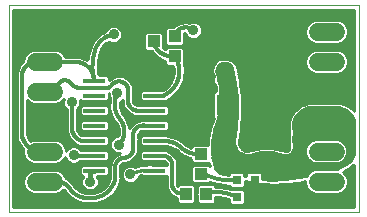
<source format=gtl>
G75*
%MOIN*%
%OFA0B0*%
%FSLAX25Y25*%
%IPPOS*%
%LPD*%
%AMOC8*
5,1,8,0,0,1.08239X$1,22.5*
%
%ADD10C,0.00000*%
%ADD11R,0.07480X0.01575*%
%ADD12C,0.06000*%
%ADD13R,0.06299X0.07087*%
%ADD14R,0.03937X0.04331*%
%ADD15R,0.03150X0.03150*%
%ADD16R,0.04331X0.03937*%
%ADD17C,0.03562*%
%ADD18C,0.01200*%
%ADD19C,0.01000*%
%ADD20C,0.01600*%
D10*
X0002167Y0003000D02*
X0002167Y0071898D01*
X0118777Y0071898D01*
X0118777Y0003000D01*
X0002167Y0003000D01*
D11*
X0030663Y0016756D03*
X0030663Y0021756D03*
X0030663Y0026756D03*
X0030663Y0031756D03*
X0030663Y0036756D03*
X0030663Y0041756D03*
X0030663Y0046756D03*
X0050663Y0046756D03*
X0050663Y0041756D03*
X0050663Y0036756D03*
X0050663Y0031756D03*
X0050663Y0026756D03*
X0050663Y0021756D03*
X0050663Y0016756D03*
D12*
X0017167Y0013000D02*
X0011167Y0013000D01*
X0011167Y0023000D02*
X0017167Y0023000D01*
X0017167Y0033000D02*
X0011167Y0033000D01*
X0011167Y0043000D02*
X0017167Y0043000D01*
X0017167Y0053000D02*
X0011167Y0053000D01*
X0011167Y0063000D02*
X0017167Y0063000D01*
X0105167Y0063000D02*
X0111167Y0063000D01*
X0111167Y0053000D02*
X0105167Y0053000D01*
X0105167Y0043000D02*
X0111167Y0043000D01*
X0111167Y0033000D02*
X0105167Y0033000D01*
X0105167Y0023000D02*
X0111167Y0023000D01*
X0111167Y0013000D02*
X0105167Y0013000D01*
D13*
X0085678Y0029000D03*
X0074655Y0029000D03*
X0074655Y0038500D03*
X0085678Y0038500D03*
D14*
X0050470Y0059787D03*
X0043777Y0059787D03*
X0061320Y0009000D03*
X0068013Y0009000D03*
D15*
X0078214Y0008000D03*
X0084119Y0008000D03*
X0084119Y0013500D03*
X0078214Y0013500D03*
D16*
X0066167Y0015654D03*
X0066167Y0022346D03*
X0057423Y0054783D03*
X0057423Y0061476D03*
D17*
X0063667Y0063500D03*
X0047442Y0052606D03*
X0034844Y0052213D03*
X0037100Y0062130D03*
X0038387Y0042476D03*
X0023167Y0039500D03*
X0038781Y0025441D03*
X0023820Y0021898D03*
X0029230Y0013000D03*
X0042667Y0015500D03*
X0043112Y0008906D03*
X0072836Y0018394D03*
X0072836Y0022394D03*
X0061615Y0029772D03*
X0057285Y0029772D03*
X0057285Y0034890D03*
X0061615Y0034890D03*
X0061615Y0039614D03*
X0057285Y0039614D03*
X0073230Y0047000D03*
X0073230Y0051000D03*
X0084238Y0056118D03*
X0099588Y0066906D03*
X0094686Y0043945D03*
X0094836Y0039606D03*
X0094686Y0029272D03*
X0094686Y0024835D03*
X0097155Y0008811D03*
D18*
X0094321Y0013873D02*
X0089573Y0013772D01*
X0086894Y0013985D01*
X0086894Y0015572D01*
X0086191Y0016275D01*
X0082048Y0016275D01*
X0081345Y0015572D01*
X0081345Y0014785D01*
X0080989Y0014850D01*
X0080989Y0015572D01*
X0080286Y0016275D01*
X0076142Y0016275D01*
X0075439Y0015572D01*
X0075439Y0015361D01*
X0072624Y0015824D01*
X0071843Y0016582D01*
X0071167Y0017500D01*
X0070506Y0020160D01*
X0070174Y0022880D01*
X0070174Y0025620D01*
X0070506Y0028340D01*
X0071167Y0031000D01*
X0072211Y0034063D01*
X0072878Y0037230D01*
X0073158Y0040454D01*
X0073047Y0043689D01*
X0072548Y0046886D01*
X0071667Y0050000D01*
X0071769Y0050535D01*
X0071982Y0051037D01*
X0072297Y0051482D01*
X0072699Y0051849D01*
X0073170Y0052124D01*
X0073689Y0052292D01*
X0074231Y0052346D01*
X0074772Y0052284D01*
X0075288Y0052108D01*
X0075755Y0051827D01*
X0076152Y0051454D01*
X0076461Y0051005D01*
X0076667Y0050500D01*
X0077651Y0045759D01*
X0078196Y0040948D01*
X0078297Y0036107D01*
X0077953Y0031278D01*
X0077167Y0026500D01*
X0077243Y0025632D01*
X0077468Y0024790D01*
X0077837Y0024000D01*
X0078336Y0023286D01*
X0078953Y0022670D01*
X0079667Y0022170D01*
X0080457Y0021802D01*
X0081298Y0021576D01*
X0082167Y0021500D01*
X0084120Y0022089D01*
X0086130Y0022445D01*
X0088167Y0022565D01*
X0090204Y0022445D01*
X0092213Y0022089D01*
X0094167Y0021500D01*
X0094664Y0021450D01*
X0095161Y0021499D01*
X0095640Y0021644D01*
X0096081Y0021879D01*
X0096468Y0022195D01*
X0096785Y0022581D01*
X0096942Y0022874D01*
X0097214Y0023146D01*
X0097667Y0024242D01*
X0097667Y0025428D01*
X0097214Y0026523D01*
X0097167Y0026570D01*
X0097167Y0027536D01*
X0097214Y0027583D01*
X0097667Y0028679D01*
X0097667Y0029865D01*
X0097214Y0030960D01*
X0097167Y0031007D01*
X0097167Y0031500D01*
X0097304Y0032537D01*
X0097606Y0033538D01*
X0098064Y0034479D01*
X0098667Y0035333D01*
X0099399Y0036080D01*
X0100241Y0036701D01*
X0101172Y0037178D01*
X0102167Y0037500D01*
X0111167Y0037500D01*
X0112143Y0037518D01*
X0113108Y0037367D01*
X0114032Y0037052D01*
X0114889Y0036583D01*
X0115651Y0035973D01*
X0116297Y0035241D01*
X0116808Y0034408D01*
X0117167Y0033500D01*
X0117177Y0033470D01*
X0117177Y0022016D01*
X0117092Y0021780D01*
X0116167Y0020000D01*
X0114354Y0018651D01*
X0112395Y0017524D01*
X0111637Y0017200D01*
X0104331Y0017200D01*
X0102788Y0016561D01*
X0101606Y0015379D01*
X0101448Y0014997D01*
X0099035Y0014451D01*
X0094321Y0013873D01*
X0090278Y0013787D02*
X0089385Y0013787D01*
X0086894Y0014985D02*
X0101394Y0014985D01*
X0102411Y0016184D02*
X0086282Y0016184D01*
X0081956Y0016184D02*
X0080377Y0016184D01*
X0080989Y0014985D02*
X0081345Y0014985D01*
X0076051Y0016184D02*
X0072253Y0016184D01*
X0071253Y0017382D02*
X0112063Y0017382D01*
X0112002Y0018800D02*
X0113546Y0019439D01*
X0114727Y0020621D01*
X0115367Y0022165D01*
X0115367Y0023835D01*
X0114727Y0025379D01*
X0113546Y0026561D01*
X0112002Y0027200D01*
X0104331Y0027200D01*
X0102788Y0026561D01*
X0101606Y0025379D01*
X0100967Y0023835D01*
X0100967Y0022165D01*
X0101606Y0020621D01*
X0102788Y0019439D01*
X0104331Y0018800D01*
X0112002Y0018800D01*
X0113886Y0019779D02*
X0115870Y0019779D01*
X0116675Y0020978D02*
X0114875Y0020978D01*
X0115367Y0022176D02*
X0117177Y0022176D01*
X0117177Y0023375D02*
X0115367Y0023375D01*
X0115061Y0024573D02*
X0117177Y0024573D01*
X0117177Y0025772D02*
X0114335Y0025772D01*
X0112557Y0026970D02*
X0117177Y0026970D01*
X0117177Y0028169D02*
X0097456Y0028169D01*
X0097167Y0026970D02*
X0103777Y0026970D01*
X0101999Y0025772D02*
X0097525Y0025772D01*
X0097667Y0024573D02*
X0101272Y0024573D01*
X0100967Y0023375D02*
X0097308Y0023375D01*
X0096444Y0022176D02*
X0100967Y0022176D01*
X0101458Y0020978D02*
X0070406Y0020978D01*
X0070260Y0022176D02*
X0079658Y0022176D01*
X0078274Y0023375D02*
X0070174Y0023375D01*
X0070174Y0024573D02*
X0077569Y0024573D01*
X0077230Y0025772D02*
X0070192Y0025772D01*
X0070339Y0026970D02*
X0077244Y0026970D01*
X0077441Y0028169D02*
X0070485Y0028169D01*
X0070761Y0029367D02*
X0077638Y0029367D01*
X0077836Y0030566D02*
X0071059Y0030566D01*
X0071427Y0031764D02*
X0077988Y0031764D01*
X0078073Y0032963D02*
X0071836Y0032963D01*
X0072231Y0034161D02*
X0078158Y0034161D01*
X0078244Y0035360D02*
X0072484Y0035360D01*
X0072736Y0036558D02*
X0078288Y0036558D01*
X0078263Y0037757D02*
X0072923Y0037757D01*
X0073028Y0038955D02*
X0078238Y0038955D01*
X0078213Y0040154D02*
X0073132Y0040154D01*
X0073127Y0041352D02*
X0078150Y0041352D01*
X0078015Y0042551D02*
X0073086Y0042551D01*
X0073038Y0043749D02*
X0077879Y0043749D01*
X0077743Y0044948D02*
X0072851Y0044948D01*
X0072664Y0046146D02*
X0077571Y0046146D01*
X0077322Y0047345D02*
X0072418Y0047345D01*
X0072079Y0048543D02*
X0077073Y0048543D01*
X0076824Y0049742D02*
X0071740Y0049742D01*
X0071941Y0050940D02*
X0076487Y0050940D01*
X0075198Y0052139D02*
X0073217Y0052139D01*
X0063667Y0063500D02*
X0063577Y0063580D01*
X0063484Y0063658D01*
X0063389Y0063733D01*
X0063292Y0063804D01*
X0063192Y0063873D01*
X0063090Y0063938D01*
X0062987Y0064000D01*
X0062881Y0064058D01*
X0062773Y0064113D01*
X0062664Y0064165D01*
X0062553Y0064213D01*
X0062441Y0064257D01*
X0062327Y0064298D01*
X0062212Y0064336D01*
X0062096Y0064369D01*
X0061979Y0064399D01*
X0061861Y0064425D01*
X0061742Y0064447D01*
X0061623Y0064465D01*
X0061503Y0064480D01*
X0061383Y0064490D01*
X0061262Y0064497D01*
X0061141Y0064500D01*
X0061020Y0064499D01*
X0060900Y0064494D01*
X0060779Y0064485D01*
X0060659Y0064473D01*
X0060539Y0064456D01*
X0060420Y0064436D01*
X0060302Y0064412D01*
X0060184Y0064384D01*
X0060068Y0064352D01*
X0059952Y0064317D01*
X0059838Y0064278D01*
X0059725Y0064235D01*
X0059613Y0064189D01*
X0059503Y0064139D01*
X0059395Y0064085D01*
X0059288Y0064028D01*
X0059184Y0063968D01*
X0059081Y0063905D01*
X0058980Y0063838D01*
X0058882Y0063768D01*
X0058786Y0063694D01*
X0058692Y0063618D01*
X0058601Y0063539D01*
X0058512Y0063457D01*
X0058426Y0063372D01*
X0058343Y0063284D01*
X0058263Y0063194D01*
X0058185Y0063101D01*
X0058111Y0063006D01*
X0058039Y0062909D01*
X0057971Y0062809D01*
X0057906Y0062707D01*
X0057845Y0062603D01*
X0057787Y0062497D01*
X0057732Y0062389D01*
X0057681Y0062280D01*
X0057633Y0062169D01*
X0057589Y0062057D01*
X0057548Y0061943D01*
X0057511Y0061828D01*
X0057478Y0061712D01*
X0057449Y0061594D01*
X0057423Y0061476D01*
X0057666Y0055001D02*
X0057516Y0054969D01*
X0057365Y0054942D01*
X0057214Y0054918D01*
X0057062Y0054899D01*
X0056910Y0054883D01*
X0056757Y0054871D01*
X0056604Y0054863D01*
X0056451Y0054859D01*
X0056297Y0054858D01*
X0056144Y0054862D01*
X0055991Y0054870D01*
X0055838Y0054881D01*
X0055686Y0054897D01*
X0055534Y0054916D01*
X0055382Y0054939D01*
X0055232Y0054966D01*
X0055081Y0054997D01*
X0054932Y0055032D01*
X0054784Y0055071D01*
X0054637Y0055113D01*
X0054490Y0055159D01*
X0054346Y0055209D01*
X0054202Y0055262D01*
X0054060Y0055320D01*
X0053919Y0055380D01*
X0053780Y0055445D01*
X0053643Y0055513D01*
X0053507Y0055584D01*
X0053373Y0055659D01*
X0053242Y0055737D01*
X0053112Y0055819D01*
X0052984Y0055904D01*
X0052859Y0055992D01*
X0052736Y0056083D01*
X0052615Y0056177D01*
X0052497Y0056275D01*
X0052381Y0056375D01*
X0052268Y0056479D01*
X0052158Y0056585D01*
X0052050Y0056694D01*
X0051945Y0056806D01*
X0051843Y0056920D01*
X0051744Y0057037D01*
X0051648Y0057157D01*
X0051555Y0057278D01*
X0051465Y0057403D01*
X0051379Y0057529D01*
X0051296Y0057658D01*
X0051216Y0057789D01*
X0051139Y0057921D01*
X0051066Y0058056D01*
X0050996Y0058192D01*
X0050930Y0058331D01*
X0050867Y0058470D01*
X0050808Y0058612D01*
X0050753Y0058755D01*
X0050701Y0058899D01*
X0050653Y0059044D01*
X0050609Y0059191D01*
X0050568Y0059339D01*
X0050532Y0059488D01*
X0050499Y0059637D01*
X0050470Y0059788D01*
X0057423Y0054783D02*
X0057667Y0055000D01*
X0057423Y0054783D02*
X0057543Y0054608D01*
X0057660Y0054430D01*
X0057772Y0054249D01*
X0057880Y0054066D01*
X0057983Y0053880D01*
X0058081Y0053691D01*
X0058175Y0053500D01*
X0058265Y0053307D01*
X0058349Y0053112D01*
X0058429Y0052915D01*
X0058504Y0052716D01*
X0058574Y0052515D01*
X0058638Y0052312D01*
X0058698Y0052108D01*
X0058753Y0051903D01*
X0058803Y0051696D01*
X0058848Y0051488D01*
X0058888Y0051279D01*
X0058923Y0051069D01*
X0058952Y0050858D01*
X0058977Y0050647D01*
X0058996Y0050435D01*
X0059010Y0050223D01*
X0059018Y0050010D01*
X0059022Y0049798D01*
X0059020Y0049585D01*
X0059013Y0049372D01*
X0059001Y0049160D01*
X0058984Y0048948D01*
X0058962Y0048736D01*
X0058934Y0048525D01*
X0058901Y0048315D01*
X0058863Y0048106D01*
X0058820Y0047897D01*
X0058772Y0047690D01*
X0058719Y0047484D01*
X0058661Y0047280D01*
X0058598Y0047076D01*
X0058530Y0046875D01*
X0058456Y0046675D01*
X0058379Y0046477D01*
X0058296Y0046281D01*
X0058208Y0046087D01*
X0058116Y0045896D01*
X0058019Y0045706D01*
X0057918Y0045519D01*
X0057812Y0045335D01*
X0057701Y0045153D01*
X0057586Y0044974D01*
X0057467Y0044798D01*
X0057343Y0044625D01*
X0057216Y0044455D01*
X0057084Y0044288D01*
X0056948Y0044124D01*
X0056808Y0043964D01*
X0056664Y0043807D01*
X0056516Y0043654D01*
X0056365Y0043504D01*
X0056210Y0043358D01*
X0056052Y0043216D01*
X0055890Y0043078D01*
X0055725Y0042944D01*
X0055556Y0042814D01*
X0055385Y0042689D01*
X0055210Y0042567D01*
X0055033Y0042450D01*
X0054853Y0042337D01*
X0054669Y0042228D01*
X0054484Y0042124D01*
X0054296Y0042025D01*
X0054105Y0041930D01*
X0053913Y0041840D01*
X0053718Y0041755D01*
X0053718Y0041756D02*
X0050663Y0041756D01*
X0045182Y0036756D02*
X0045071Y0036753D01*
X0044960Y0036754D01*
X0044849Y0036760D01*
X0044738Y0036769D01*
X0044628Y0036782D01*
X0044518Y0036799D01*
X0044409Y0036820D01*
X0044301Y0036845D01*
X0044193Y0036874D01*
X0044087Y0036906D01*
X0043982Y0036942D01*
X0043878Y0036982D01*
X0043776Y0037026D01*
X0043676Y0037073D01*
X0043577Y0037124D01*
X0043480Y0037178D01*
X0043385Y0037235D01*
X0043292Y0037296D01*
X0043201Y0037360D01*
X0043112Y0037427D01*
X0043026Y0037498D01*
X0042943Y0037571D01*
X0042862Y0037647D01*
X0042784Y0037726D01*
X0042709Y0037808D01*
X0042637Y0037893D01*
X0042567Y0037979D01*
X0042501Y0038069D01*
X0042438Y0038160D01*
X0042379Y0038254D01*
X0042322Y0038350D01*
X0042270Y0038448D01*
X0042220Y0038547D01*
X0042175Y0038648D01*
X0042132Y0038751D01*
X0042094Y0038855D01*
X0042059Y0038961D01*
X0042028Y0039068D01*
X0042001Y0039175D01*
X0041977Y0039284D01*
X0041958Y0039393D01*
X0041942Y0039503D01*
X0041930Y0039614D01*
X0041930Y0043551D01*
X0041930Y0043552D02*
X0041926Y0043659D01*
X0041918Y0043766D01*
X0041907Y0043873D01*
X0041891Y0043979D01*
X0041872Y0044085D01*
X0041848Y0044190D01*
X0041821Y0044294D01*
X0041791Y0044397D01*
X0041757Y0044499D01*
X0041719Y0044599D01*
X0041677Y0044699D01*
X0041632Y0044796D01*
X0041584Y0044892D01*
X0041532Y0044986D01*
X0041476Y0045078D01*
X0041418Y0045169D01*
X0041356Y0045257D01*
X0041291Y0045342D01*
X0041224Y0045426D01*
X0041153Y0045507D01*
X0041079Y0045585D01*
X0041003Y0045660D01*
X0040924Y0045733D01*
X0040842Y0045803D01*
X0040758Y0045870D01*
X0040672Y0045934D01*
X0040583Y0045995D01*
X0040492Y0046052D01*
X0040399Y0046107D01*
X0040305Y0046157D01*
X0040208Y0046205D01*
X0040110Y0046249D01*
X0040011Y0046289D01*
X0039910Y0046326D01*
X0039807Y0046359D01*
X0039704Y0046389D01*
X0039600Y0046415D01*
X0039495Y0046437D01*
X0039389Y0046455D01*
X0039282Y0046469D01*
X0039175Y0046480D01*
X0039068Y0046487D01*
X0038961Y0046490D01*
X0038853Y0046489D01*
X0038746Y0046484D01*
X0038639Y0046476D01*
X0038532Y0046463D01*
X0038426Y0046447D01*
X0038320Y0046427D01*
X0038215Y0046403D01*
X0038111Y0046376D01*
X0038008Y0046344D01*
X0037907Y0046309D01*
X0037806Y0046271D01*
X0037708Y0046229D01*
X0037610Y0046183D01*
X0037515Y0046134D01*
X0037421Y0046081D01*
X0037329Y0046026D01*
X0037239Y0045967D01*
X0037152Y0045904D01*
X0037066Y0045839D01*
X0036983Y0045771D01*
X0036903Y0045699D01*
X0036825Y0045625D01*
X0036750Y0045548D01*
X0036678Y0045469D01*
X0036608Y0045387D01*
X0036542Y0045302D01*
X0036478Y0045216D01*
X0036418Y0045126D01*
X0034686Y0044181D02*
X0026986Y0044181D01*
X0030663Y0046756D02*
X0030658Y0046915D01*
X0030649Y0047073D01*
X0030636Y0047232D01*
X0030619Y0047390D01*
X0030598Y0047547D01*
X0030573Y0047704D01*
X0030544Y0047860D01*
X0030511Y0048016D01*
X0030475Y0048170D01*
X0030435Y0048324D01*
X0030391Y0048476D01*
X0030343Y0048628D01*
X0030291Y0048778D01*
X0030236Y0048927D01*
X0030176Y0049074D01*
X0030114Y0049220D01*
X0030047Y0049365D01*
X0029977Y0049507D01*
X0029904Y0049648D01*
X0029827Y0049787D01*
X0029746Y0049924D01*
X0029663Y0050059D01*
X0029575Y0050192D01*
X0029485Y0050322D01*
X0029391Y0050451D01*
X0029294Y0050577D01*
X0029195Y0050700D01*
X0029092Y0050821D01*
X0028986Y0050939D01*
X0028877Y0051055D01*
X0028765Y0051168D01*
X0028650Y0051278D01*
X0028533Y0051385D01*
X0028413Y0051489D01*
X0028291Y0051590D01*
X0028166Y0051689D01*
X0028039Y0051784D01*
X0027909Y0051875D01*
X0027777Y0051964D01*
X0027643Y0052049D01*
X0027507Y0052131D01*
X0027369Y0052209D01*
X0027229Y0052284D01*
X0027087Y0052356D01*
X0026943Y0052424D01*
X0026798Y0052488D01*
X0026651Y0052549D01*
X0026503Y0052605D01*
X0026353Y0052659D01*
X0026202Y0052708D01*
X0026050Y0052754D01*
X0025897Y0052796D01*
X0025743Y0052834D01*
X0025588Y0052868D01*
X0025432Y0052898D01*
X0025275Y0052925D01*
X0025118Y0052947D01*
X0024960Y0052966D01*
X0024802Y0052981D01*
X0024643Y0052991D01*
X0024485Y0052998D01*
X0024326Y0053001D01*
X0024167Y0053000D01*
X0014167Y0053000D01*
X0011285Y0053000D01*
X0011148Y0052995D01*
X0011012Y0052986D01*
X0010876Y0052974D01*
X0010741Y0052957D01*
X0010606Y0052937D01*
X0010472Y0052913D01*
X0010338Y0052886D01*
X0010206Y0052854D01*
X0010074Y0052819D01*
X0009943Y0052780D01*
X0009813Y0052738D01*
X0009685Y0052692D01*
X0009558Y0052642D01*
X0009432Y0052589D01*
X0009308Y0052532D01*
X0009186Y0052472D01*
X0009065Y0052409D01*
X0008946Y0052342D01*
X0008829Y0052272D01*
X0008714Y0052198D01*
X0008602Y0052121D01*
X0008491Y0052042D01*
X0008383Y0051959D01*
X0008277Y0051873D01*
X0008173Y0051784D01*
X0008072Y0051692D01*
X0007974Y0051598D01*
X0007878Y0051501D01*
X0007785Y0051401D01*
X0007695Y0051298D01*
X0007608Y0051194D01*
X0007524Y0051086D01*
X0007442Y0050977D01*
X0007364Y0050865D01*
X0007289Y0050751D01*
X0007218Y0050635D01*
X0007149Y0050517D01*
X0007084Y0050397D01*
X0007023Y0050275D01*
X0006965Y0050152D01*
X0006910Y0050027D01*
X0006859Y0049900D01*
X0006811Y0049773D01*
X0006767Y0049643D01*
X0006726Y0049513D01*
X0006690Y0049382D01*
X0006657Y0049249D01*
X0006627Y0049116D01*
X0006602Y0048982D01*
X0006580Y0048848D01*
X0006562Y0048712D01*
X0006548Y0048577D01*
X0006537Y0048441D01*
X0006531Y0048304D01*
X0006528Y0048168D01*
X0006529Y0048032D01*
X0006529Y0048031D02*
X0006529Y0028740D01*
X0006554Y0028576D01*
X0006584Y0028413D01*
X0006617Y0028251D01*
X0006654Y0028089D01*
X0006695Y0027928D01*
X0006741Y0027769D01*
X0006790Y0027611D01*
X0006843Y0027453D01*
X0006899Y0027298D01*
X0006960Y0027143D01*
X0007024Y0026990D01*
X0007092Y0026839D01*
X0007164Y0026690D01*
X0007240Y0026542D01*
X0007319Y0026396D01*
X0007401Y0026253D01*
X0007487Y0026111D01*
X0007577Y0025971D01*
X0007670Y0025834D01*
X0007766Y0025699D01*
X0007866Y0025566D01*
X0007968Y0025436D01*
X0008074Y0025309D01*
X0008183Y0025184D01*
X0008295Y0025062D01*
X0008411Y0024942D01*
X0008528Y0024826D01*
X0008649Y0024712D01*
X0008773Y0024601D01*
X0008899Y0024494D01*
X0009028Y0024389D01*
X0009159Y0024288D01*
X0009293Y0024190D01*
X0009429Y0024096D01*
X0009567Y0024004D01*
X0009708Y0023916D01*
X0009851Y0023832D01*
X0009995Y0023751D01*
X0010142Y0023674D01*
X0010291Y0023600D01*
X0010441Y0023530D01*
X0010593Y0023464D01*
X0010747Y0023401D01*
X0010902Y0023343D01*
X0011058Y0023288D01*
X0011216Y0023237D01*
X0011375Y0023189D01*
X0011535Y0023146D01*
X0011696Y0023107D01*
X0011858Y0023071D01*
X0012021Y0023040D01*
X0012184Y0023013D01*
X0012348Y0022989D01*
X0012513Y0022970D01*
X0012678Y0022955D01*
X0012844Y0022943D01*
X0013009Y0022936D01*
X0013175Y0022933D01*
X0013341Y0022934D01*
X0013507Y0022939D01*
X0013672Y0022948D01*
X0013837Y0022961D01*
X0014002Y0022979D01*
X0014167Y0023000D01*
X0023820Y0021898D02*
X0023822Y0021876D01*
X0023827Y0021854D01*
X0023835Y0021834D01*
X0023847Y0021815D01*
X0023862Y0021798D01*
X0023879Y0021783D01*
X0023898Y0021771D01*
X0023918Y0021763D01*
X0023940Y0021758D01*
X0023962Y0021756D01*
X0030663Y0021756D01*
X0030529Y0026622D02*
X0026576Y0026622D01*
X0030529Y0026622D02*
X0030550Y0026624D01*
X0030570Y0026629D01*
X0030590Y0026637D01*
X0030608Y0026648D01*
X0030624Y0026661D01*
X0030637Y0026677D01*
X0030648Y0026695D01*
X0030656Y0026715D01*
X0030661Y0026735D01*
X0030663Y0026756D01*
X0039167Y0025500D02*
X0039269Y0025629D01*
X0039368Y0025760D01*
X0039463Y0025894D01*
X0039555Y0026029D01*
X0039644Y0026168D01*
X0039729Y0026308D01*
X0039811Y0026450D01*
X0039890Y0026594D01*
X0039964Y0026740D01*
X0040036Y0026888D01*
X0040104Y0027038D01*
X0040168Y0027189D01*
X0040228Y0027342D01*
X0040285Y0027496D01*
X0040338Y0027651D01*
X0040387Y0027808D01*
X0040432Y0027966D01*
X0040473Y0028124D01*
X0040511Y0028284D01*
X0040545Y0028445D01*
X0040574Y0028606D01*
X0040600Y0028768D01*
X0040622Y0028931D01*
X0040640Y0029094D01*
X0040654Y0029258D01*
X0040664Y0029422D01*
X0040670Y0029586D01*
X0040672Y0029750D01*
X0040670Y0029914D01*
X0040664Y0030078D01*
X0040654Y0030242D01*
X0040640Y0030406D01*
X0040622Y0030569D01*
X0040600Y0030732D01*
X0040574Y0030894D01*
X0040545Y0031055D01*
X0040511Y0031216D01*
X0040473Y0031376D01*
X0040432Y0031534D01*
X0040387Y0031692D01*
X0040338Y0031849D01*
X0040285Y0032004D01*
X0040228Y0032158D01*
X0040168Y0032311D01*
X0040104Y0032462D01*
X0040036Y0032612D01*
X0039964Y0032760D01*
X0039890Y0032906D01*
X0039811Y0033050D01*
X0039729Y0033192D01*
X0039644Y0033332D01*
X0039555Y0033471D01*
X0039463Y0033606D01*
X0039368Y0033740D01*
X0039269Y0033871D01*
X0039167Y0034000D01*
X0039100Y0034067D01*
X0045182Y0036756D02*
X0050663Y0036756D01*
X0039100Y0034067D02*
X0038988Y0034211D01*
X0038880Y0034359D01*
X0038775Y0034508D01*
X0038674Y0034661D01*
X0038577Y0034815D01*
X0038483Y0034973D01*
X0038393Y0035132D01*
X0038307Y0035293D01*
X0038225Y0035456D01*
X0038147Y0035622D01*
X0038073Y0035789D01*
X0038003Y0035958D01*
X0037937Y0036128D01*
X0037875Y0036300D01*
X0037817Y0036474D01*
X0037764Y0036648D01*
X0037714Y0036824D01*
X0037669Y0037002D01*
X0037628Y0037180D01*
X0037592Y0037359D01*
X0037559Y0037539D01*
X0037532Y0037719D01*
X0037508Y0037901D01*
X0037489Y0038083D01*
X0037474Y0038265D01*
X0037464Y0038447D01*
X0037458Y0038630D01*
X0037456Y0038813D01*
X0037459Y0038996D01*
X0037466Y0039178D01*
X0037478Y0039361D01*
X0037493Y0039543D01*
X0037514Y0039725D01*
X0037538Y0039906D01*
X0037567Y0040086D01*
X0037601Y0040266D01*
X0037638Y0040445D01*
X0037680Y0040623D01*
X0037727Y0040800D01*
X0037777Y0040975D01*
X0037832Y0041150D01*
X0037891Y0041323D01*
X0037954Y0041494D01*
X0038021Y0041665D01*
X0038092Y0041833D01*
X0038167Y0042000D01*
X0038387Y0042476D01*
X0038781Y0041976D01*
X0036418Y0045126D02*
X0036367Y0045053D01*
X0036312Y0044983D01*
X0036254Y0044915D01*
X0036194Y0044850D01*
X0036131Y0044787D01*
X0036066Y0044726D01*
X0035998Y0044669D01*
X0035928Y0044614D01*
X0035855Y0044562D01*
X0035781Y0044513D01*
X0035704Y0044467D01*
X0035626Y0044425D01*
X0035546Y0044385D01*
X0035465Y0044349D01*
X0035382Y0044316D01*
X0035298Y0044287D01*
X0035213Y0044261D01*
X0035127Y0044239D01*
X0035040Y0044220D01*
X0034952Y0044205D01*
X0034864Y0044193D01*
X0034775Y0044185D01*
X0034686Y0044181D01*
X0026985Y0044182D02*
X0026846Y0044171D01*
X0026707Y0044163D01*
X0026568Y0044160D01*
X0026428Y0044161D01*
X0026289Y0044165D01*
X0026150Y0044174D01*
X0026011Y0044186D01*
X0025872Y0044203D01*
X0025734Y0044223D01*
X0025597Y0044247D01*
X0025460Y0044275D01*
X0025325Y0044307D01*
X0025190Y0044342D01*
X0025056Y0044382D01*
X0024923Y0044425D01*
X0024792Y0044472D01*
X0024662Y0044522D01*
X0024534Y0044576D01*
X0024407Y0044634D01*
X0024281Y0044695D01*
X0024158Y0044760D01*
X0024036Y0044828D01*
X0023917Y0044900D01*
X0023799Y0044975D01*
X0023684Y0045053D01*
X0023570Y0045134D01*
X0023459Y0045219D01*
X0023351Y0045307D01*
X0023245Y0045397D01*
X0023142Y0045491D01*
X0023041Y0045587D01*
X0022943Y0045687D01*
X0022848Y0045789D01*
X0022756Y0045893D01*
X0022667Y0046001D01*
X0022605Y0046073D01*
X0022540Y0046143D01*
X0022473Y0046211D01*
X0022402Y0046275D01*
X0022329Y0046336D01*
X0022254Y0046395D01*
X0022176Y0046450D01*
X0022096Y0046502D01*
X0022013Y0046550D01*
X0021929Y0046596D01*
X0021843Y0046637D01*
X0021756Y0046675D01*
X0021667Y0046709D01*
X0021576Y0046740D01*
X0021485Y0046767D01*
X0021392Y0046790D01*
X0021298Y0046809D01*
X0021204Y0046824D01*
X0021109Y0046836D01*
X0021014Y0046843D01*
X0020919Y0046847D01*
X0020823Y0046846D01*
X0020728Y0046842D01*
X0020633Y0046833D01*
X0020538Y0046821D01*
X0020444Y0046805D01*
X0020351Y0046785D01*
X0020258Y0046761D01*
X0020167Y0046733D01*
X0020077Y0046702D01*
X0019988Y0046667D01*
X0019901Y0046628D01*
X0019815Y0046585D01*
X0019732Y0046540D01*
X0019650Y0046490D01*
X0019570Y0046438D01*
X0019493Y0046382D01*
X0019418Y0046323D01*
X0019345Y0046260D01*
X0019276Y0046195D01*
X0019208Y0046127D01*
X0019144Y0046057D01*
X0019083Y0045984D01*
X0019025Y0045908D01*
X0018970Y0045830D01*
X0018918Y0045750D01*
X0018870Y0045667D01*
X0018825Y0045583D01*
X0018783Y0045497D01*
X0018746Y0045409D01*
X0018712Y0045320D01*
X0018681Y0045230D01*
X0018655Y0045138D01*
X0018632Y0045045D01*
X0018613Y0044952D01*
X0018598Y0044857D01*
X0018587Y0044762D01*
X0018579Y0044667D01*
X0018576Y0044572D01*
X0018577Y0044476D01*
X0018582Y0044381D01*
X0018590Y0044286D01*
X0018603Y0044191D01*
X0018619Y0044097D01*
X0018639Y0044004D01*
X0018664Y0043912D01*
X0018692Y0043820D01*
X0018723Y0043730D01*
X0018759Y0043642D01*
X0018798Y0043555D01*
X0018840Y0043469D01*
X0018886Y0043385D01*
X0018936Y0043304D01*
X0018989Y0043224D01*
X0019045Y0043147D01*
X0019104Y0043072D01*
X0019167Y0043000D01*
X0014167Y0043000D01*
X0023167Y0039500D02*
X0023167Y0031000D01*
X0023172Y0030865D01*
X0023181Y0030730D01*
X0023193Y0030596D01*
X0023210Y0030462D01*
X0023230Y0030328D01*
X0023255Y0030195D01*
X0023283Y0030063D01*
X0023315Y0029932D01*
X0023351Y0029801D01*
X0023390Y0029672D01*
X0023434Y0029544D01*
X0023481Y0029417D01*
X0023532Y0029292D01*
X0023586Y0029168D01*
X0023644Y0029046D01*
X0023706Y0028926D01*
X0023771Y0028807D01*
X0023839Y0028691D01*
X0023911Y0028576D01*
X0023986Y0028464D01*
X0024064Y0028354D01*
X0024146Y0028246D01*
X0024230Y0028140D01*
X0024318Y0028037D01*
X0024408Y0027937D01*
X0024502Y0027840D01*
X0024598Y0027745D01*
X0024697Y0027653D01*
X0024799Y0027564D01*
X0024903Y0027477D01*
X0025010Y0027394D01*
X0025119Y0027314D01*
X0025230Y0027238D01*
X0025343Y0027164D01*
X0025459Y0027094D01*
X0025577Y0027028D01*
X0025696Y0026964D01*
X0025817Y0026905D01*
X0025940Y0026848D01*
X0026065Y0026796D01*
X0026191Y0026747D01*
X0026318Y0026702D01*
X0026447Y0026660D01*
X0026576Y0026622D01*
X0038781Y0025441D02*
X0039167Y0025500D01*
X0040167Y0021000D02*
X0040278Y0020993D01*
X0040389Y0020990D01*
X0040501Y0020991D01*
X0040612Y0020996D01*
X0040723Y0021004D01*
X0040834Y0021017D01*
X0040944Y0021033D01*
X0041053Y0021053D01*
X0041162Y0021076D01*
X0041270Y0021104D01*
X0041377Y0021135D01*
X0041483Y0021169D01*
X0041587Y0021207D01*
X0041690Y0021249D01*
X0041792Y0021294D01*
X0041892Y0021343D01*
X0041991Y0021395D01*
X0042087Y0021450D01*
X0042182Y0021509D01*
X0042274Y0021571D01*
X0042365Y0021636D01*
X0042453Y0021704D01*
X0042539Y0021775D01*
X0042622Y0021849D01*
X0042703Y0021925D01*
X0042781Y0022005D01*
X0042856Y0022087D01*
X0042928Y0022171D01*
X0042998Y0022258D01*
X0043064Y0022348D01*
X0043128Y0022439D01*
X0043188Y0022533D01*
X0043245Y0022628D01*
X0043299Y0022726D01*
X0043349Y0022825D01*
X0043396Y0022926D01*
X0043439Y0023028D01*
X0043479Y0023132D01*
X0043516Y0023238D01*
X0043549Y0023344D01*
X0043578Y0023451D01*
X0043603Y0023560D01*
X0043625Y0023669D01*
X0043643Y0023779D01*
X0043657Y0023889D01*
X0043667Y0024000D01*
X0043667Y0027500D01*
X0043641Y0027612D01*
X0043619Y0027724D01*
X0043600Y0027838D01*
X0043585Y0027952D01*
X0043574Y0028067D01*
X0043567Y0028181D01*
X0043563Y0028297D01*
X0043564Y0028412D01*
X0043568Y0028527D01*
X0043576Y0028641D01*
X0043588Y0028756D01*
X0043604Y0028870D01*
X0043624Y0028983D01*
X0043647Y0029096D01*
X0043674Y0029208D01*
X0043705Y0029318D01*
X0043740Y0029428D01*
X0043778Y0029537D01*
X0043820Y0029644D01*
X0043865Y0029750D01*
X0043914Y0029854D01*
X0043966Y0029956D01*
X0044022Y0030057D01*
X0044081Y0030156D01*
X0044143Y0030252D01*
X0044209Y0030347D01*
X0044278Y0030439D01*
X0044349Y0030529D01*
X0044424Y0030617D01*
X0044502Y0030702D01*
X0044582Y0030784D01*
X0044665Y0030864D01*
X0044751Y0030941D01*
X0044839Y0031015D01*
X0044930Y0031085D01*
X0045023Y0031153D01*
X0045118Y0031218D01*
X0045215Y0031279D01*
X0045314Y0031338D01*
X0045415Y0031392D01*
X0045518Y0031444D01*
X0045623Y0031492D01*
X0045729Y0031536D01*
X0045837Y0031577D01*
X0045946Y0031614D01*
X0046056Y0031648D01*
X0046167Y0031678D01*
X0046279Y0031704D01*
X0046392Y0031726D01*
X0046505Y0031745D01*
X0046619Y0031759D01*
X0046734Y0031770D01*
X0046849Y0031777D01*
X0046964Y0031781D01*
X0047079Y0031780D01*
X0047194Y0031776D01*
X0047309Y0031767D01*
X0047423Y0031755D01*
X0047423Y0031756D02*
X0050663Y0031756D01*
X0050663Y0026756D02*
X0050665Y0026735D01*
X0050670Y0026715D01*
X0050678Y0026695D01*
X0050689Y0026677D01*
X0050702Y0026661D01*
X0050718Y0026648D01*
X0050736Y0026637D01*
X0050756Y0026629D01*
X0050776Y0026624D01*
X0050797Y0026622D01*
X0054029Y0026622D01*
X0053411Y0021756D02*
X0050663Y0021756D01*
X0053411Y0021756D02*
X0053524Y0021754D01*
X0053637Y0021748D01*
X0053749Y0021738D01*
X0053862Y0021724D01*
X0053973Y0021707D01*
X0054084Y0021685D01*
X0054195Y0021660D01*
X0054304Y0021632D01*
X0054412Y0021599D01*
X0054519Y0021563D01*
X0054625Y0021523D01*
X0054729Y0021479D01*
X0054832Y0021432D01*
X0054933Y0021382D01*
X0055033Y0021328D01*
X0055130Y0021271D01*
X0055226Y0021210D01*
X0055319Y0021146D01*
X0055410Y0021079D01*
X0055499Y0021009D01*
X0055585Y0020936D01*
X0055669Y0020860D01*
X0055750Y0020781D01*
X0055828Y0020700D01*
X0055904Y0020616D01*
X0055976Y0020529D01*
X0056046Y0020440D01*
X0056113Y0020349D01*
X0056176Y0020255D01*
X0056236Y0020159D01*
X0056293Y0020061D01*
X0056346Y0019962D01*
X0056396Y0019860D01*
X0056443Y0019757D01*
X0056486Y0019653D01*
X0056525Y0019547D01*
X0056561Y0019440D01*
X0056593Y0019331D01*
X0056621Y0019222D01*
X0056646Y0019111D01*
X0056667Y0019000D01*
X0056667Y0012000D01*
X0056666Y0012000D02*
X0056665Y0011898D01*
X0056668Y0011795D01*
X0056674Y0011692D01*
X0056685Y0011590D01*
X0056699Y0011489D01*
X0056718Y0011388D01*
X0056740Y0011287D01*
X0056766Y0011188D01*
X0056796Y0011090D01*
X0056830Y0010993D01*
X0056868Y0010897D01*
X0056909Y0010803D01*
X0056954Y0010711D01*
X0057002Y0010620D01*
X0057054Y0010531D01*
X0057109Y0010445D01*
X0057168Y0010360D01*
X0057229Y0010278D01*
X0057294Y0010199D01*
X0057362Y0010122D01*
X0057433Y0010047D01*
X0057507Y0009976D01*
X0057583Y0009907D01*
X0057662Y0009841D01*
X0057743Y0009779D01*
X0057827Y0009719D01*
X0057913Y0009663D01*
X0058002Y0009611D01*
X0058092Y0009561D01*
X0058184Y0009516D01*
X0058277Y0009474D01*
X0058373Y0009435D01*
X0058469Y0009400D01*
X0058567Y0009369D01*
X0058666Y0009342D01*
X0058766Y0009319D01*
X0058867Y0009300D01*
X0058867Y0009299D02*
X0061320Y0009000D01*
X0066537Y0008906D02*
X0066580Y0008952D01*
X0066626Y0008996D01*
X0066674Y0009036D01*
X0066725Y0009074D01*
X0066778Y0009108D01*
X0066833Y0009139D01*
X0066889Y0009167D01*
X0066948Y0009192D01*
X0067007Y0009213D01*
X0067068Y0009230D01*
X0067130Y0009243D01*
X0067192Y0009253D01*
X0067255Y0009259D01*
X0067318Y0009261D01*
X0067382Y0009259D01*
X0067444Y0009254D01*
X0067507Y0009245D01*
X0067569Y0009231D01*
X0067630Y0009215D01*
X0067689Y0009194D01*
X0067748Y0009170D01*
X0067805Y0009143D01*
X0067860Y0009112D01*
X0067913Y0009078D01*
X0067964Y0009041D01*
X0068013Y0009000D01*
X0068396Y0015118D02*
X0068327Y0015078D01*
X0068256Y0015041D01*
X0068184Y0015008D01*
X0068110Y0014979D01*
X0068034Y0014953D01*
X0067958Y0014931D01*
X0067881Y0014913D01*
X0067802Y0014899D01*
X0067723Y0014888D01*
X0067644Y0014882D01*
X0067565Y0014879D01*
X0067485Y0014880D01*
X0067406Y0014885D01*
X0067327Y0014894D01*
X0067248Y0014907D01*
X0067170Y0014924D01*
X0067093Y0014944D01*
X0067018Y0014969D01*
X0066943Y0014996D01*
X0066870Y0015028D01*
X0066799Y0015063D01*
X0066729Y0015102D01*
X0066661Y0015144D01*
X0066596Y0015189D01*
X0066533Y0015237D01*
X0066472Y0015288D01*
X0066414Y0015343D01*
X0066358Y0015400D01*
X0066306Y0015460D01*
X0066256Y0015522D01*
X0066210Y0015586D01*
X0066167Y0015653D01*
X0070898Y0018581D02*
X0114231Y0018581D01*
X0102448Y0019779D02*
X0070601Y0019779D01*
X0084613Y0022176D02*
X0091720Y0022176D01*
X0097667Y0029367D02*
X0117177Y0029367D01*
X0117177Y0030566D02*
X0097377Y0030566D01*
X0097202Y0031764D02*
X0117177Y0031764D01*
X0117177Y0032963D02*
X0097432Y0032963D01*
X0097909Y0034161D02*
X0116905Y0034161D01*
X0116192Y0035360D02*
X0098693Y0035360D01*
X0100048Y0036558D02*
X0114920Y0036558D01*
X0078214Y0013500D02*
X0077657Y0013477D01*
X0077100Y0013467D01*
X0076543Y0013471D01*
X0075986Y0013489D01*
X0075429Y0013519D01*
X0074874Y0013563D01*
X0074320Y0013621D01*
X0073767Y0013691D01*
X0073216Y0013775D01*
X0072668Y0013873D01*
X0072122Y0013983D01*
X0071578Y0014106D01*
X0071038Y0014243D01*
X0070501Y0014392D01*
X0069968Y0014555D01*
X0069439Y0014730D01*
X0068915Y0014917D01*
X0068395Y0015118D01*
X0060064Y0024086D02*
X0059907Y0024235D01*
X0059747Y0024381D01*
X0059583Y0024522D01*
X0059416Y0024659D01*
X0059246Y0024793D01*
X0059073Y0024922D01*
X0058896Y0025047D01*
X0058717Y0025167D01*
X0058534Y0025283D01*
X0058349Y0025395D01*
X0058162Y0025502D01*
X0057971Y0025605D01*
X0057779Y0025703D01*
X0057584Y0025796D01*
X0057386Y0025885D01*
X0057187Y0025968D01*
X0056986Y0026047D01*
X0056782Y0026121D01*
X0056578Y0026190D01*
X0056371Y0026254D01*
X0056163Y0026313D01*
X0055954Y0026367D01*
X0055743Y0026416D01*
X0055531Y0026460D01*
X0055319Y0026499D01*
X0055105Y0026532D01*
X0054891Y0026561D01*
X0054676Y0026584D01*
X0054460Y0026602D01*
X0054244Y0026614D01*
X0054028Y0026622D01*
X0060064Y0024087D02*
X0060208Y0023969D01*
X0060356Y0023854D01*
X0060505Y0023742D01*
X0060658Y0023634D01*
X0060813Y0023530D01*
X0060971Y0023430D01*
X0061131Y0023334D01*
X0061293Y0023241D01*
X0061457Y0023152D01*
X0061624Y0023068D01*
X0061792Y0022987D01*
X0061962Y0022910D01*
X0062135Y0022838D01*
X0062309Y0022770D01*
X0062484Y0022706D01*
X0062661Y0022646D01*
X0062839Y0022590D01*
X0063019Y0022539D01*
X0063200Y0022492D01*
X0063382Y0022450D01*
X0063564Y0022412D01*
X0063748Y0022378D01*
X0063933Y0022349D01*
X0064118Y0022324D01*
X0064303Y0022304D01*
X0064489Y0022288D01*
X0064676Y0022276D01*
X0064863Y0022269D01*
X0065049Y0022267D01*
X0065236Y0022269D01*
X0065423Y0022276D01*
X0065609Y0022287D01*
X0065795Y0022302D01*
X0065981Y0022323D01*
X0066166Y0022347D01*
X0040167Y0021000D02*
X0040057Y0020972D01*
X0039947Y0020941D01*
X0039839Y0020906D01*
X0039732Y0020867D01*
X0039626Y0020825D01*
X0039522Y0020779D01*
X0039419Y0020730D01*
X0039318Y0020677D01*
X0039219Y0020620D01*
X0039122Y0020561D01*
X0039027Y0020498D01*
X0038935Y0020432D01*
X0038844Y0020363D01*
X0038756Y0020290D01*
X0038671Y0020215D01*
X0038588Y0020137D01*
X0038508Y0020056D01*
X0038430Y0019972D01*
X0038356Y0019886D01*
X0038285Y0019797D01*
X0038216Y0019706D01*
X0038151Y0019613D01*
X0038089Y0019518D01*
X0038030Y0019420D01*
X0037975Y0019320D01*
X0037923Y0019219D01*
X0037875Y0019116D01*
X0037830Y0019011D01*
X0037788Y0018905D01*
X0037751Y0018798D01*
X0037717Y0018689D01*
X0037687Y0018579D01*
X0037660Y0018468D01*
X0037638Y0018357D01*
X0037619Y0018245D01*
X0037604Y0018132D01*
X0037593Y0018018D01*
X0037586Y0017905D01*
X0037582Y0017791D01*
X0037583Y0017677D01*
X0037587Y0017563D01*
X0037596Y0017450D01*
X0037608Y0017336D01*
X0037624Y0017224D01*
X0037644Y0017111D01*
X0037667Y0017000D01*
X0037667Y0014000D01*
X0037622Y0013807D01*
X0037572Y0013616D01*
X0037517Y0013425D01*
X0037458Y0013236D01*
X0037394Y0013048D01*
X0037325Y0012862D01*
X0037252Y0012678D01*
X0037175Y0012496D01*
X0037093Y0012315D01*
X0037007Y0012137D01*
X0036916Y0011960D01*
X0036822Y0011786D01*
X0036723Y0011614D01*
X0036620Y0011445D01*
X0036512Y0011278D01*
X0036401Y0011114D01*
X0036286Y0010953D01*
X0036167Y0010795D01*
X0036044Y0010639D01*
X0035917Y0010487D01*
X0035787Y0010337D01*
X0035653Y0010191D01*
X0035516Y0010048D01*
X0035375Y0009909D01*
X0035230Y0009773D01*
X0035083Y0009641D01*
X0034932Y0009512D01*
X0034778Y0009387D01*
X0034622Y0009266D01*
X0034462Y0009148D01*
X0034300Y0009035D01*
X0034134Y0008925D01*
X0033967Y0008820D01*
X0033796Y0008718D01*
X0033623Y0008621D01*
X0033448Y0008528D01*
X0033271Y0008439D01*
X0033092Y0008355D01*
X0032910Y0008275D01*
X0032727Y0008200D01*
X0032542Y0008129D01*
X0032355Y0008062D01*
X0032167Y0008000D01*
X0026167Y0008000D02*
X0026013Y0008049D01*
X0025859Y0008102D01*
X0025708Y0008159D01*
X0025557Y0008220D01*
X0025408Y0008284D01*
X0025261Y0008351D01*
X0025115Y0008422D01*
X0024971Y0008497D01*
X0024829Y0008574D01*
X0024689Y0008656D01*
X0024551Y0008740D01*
X0024414Y0008828D01*
X0024280Y0008919D01*
X0024148Y0009013D01*
X0024019Y0009111D01*
X0023891Y0009211D01*
X0023767Y0009314D01*
X0023644Y0009421D01*
X0023525Y0009530D01*
X0023407Y0009642D01*
X0023293Y0009757D01*
X0023181Y0009874D01*
X0023073Y0009994D01*
X0022967Y0010117D01*
X0022864Y0010242D01*
X0022764Y0010370D01*
X0022667Y0010500D01*
X0022666Y0010499D02*
X0022565Y0010641D01*
X0022460Y0010779D01*
X0022352Y0010916D01*
X0022240Y0011049D01*
X0022125Y0011180D01*
X0022007Y0011308D01*
X0021886Y0011433D01*
X0021762Y0011555D01*
X0021635Y0011674D01*
X0021505Y0011789D01*
X0021373Y0011902D01*
X0021237Y0012011D01*
X0021099Y0012117D01*
X0020958Y0012219D01*
X0020815Y0012318D01*
X0020670Y0012414D01*
X0020522Y0012506D01*
X0020372Y0012594D01*
X0020220Y0012678D01*
X0020066Y0012759D01*
X0019910Y0012836D01*
X0019752Y0012909D01*
X0019592Y0012978D01*
X0019431Y0013043D01*
X0019268Y0013104D01*
X0019104Y0013162D01*
X0018938Y0013215D01*
X0018771Y0013264D01*
X0018603Y0013309D01*
X0018434Y0013350D01*
X0018264Y0013386D01*
X0018093Y0013419D01*
X0017921Y0013447D01*
X0017749Y0013471D01*
X0017576Y0013491D01*
X0017403Y0013507D01*
X0017229Y0013518D01*
X0017056Y0013525D01*
X0016882Y0013528D01*
X0016708Y0013526D01*
X0016534Y0013521D01*
X0016360Y0013511D01*
X0016187Y0013497D01*
X0016014Y0013478D01*
X0015841Y0013455D01*
X0015669Y0013428D01*
X0015498Y0013397D01*
X0015328Y0013362D01*
X0015158Y0013322D01*
X0014990Y0013279D01*
X0014823Y0013231D01*
X0014657Y0013179D01*
X0014492Y0013123D01*
X0014328Y0013063D01*
X0014167Y0012999D01*
X0026167Y0008000D02*
X0026382Y0007929D01*
X0026599Y0007864D01*
X0026817Y0007804D01*
X0027036Y0007749D01*
X0027257Y0007699D01*
X0027479Y0007655D01*
X0027702Y0007617D01*
X0027926Y0007584D01*
X0028151Y0007556D01*
X0028376Y0007534D01*
X0028602Y0007517D01*
X0028828Y0007506D01*
X0029054Y0007501D01*
X0029280Y0007501D01*
X0029506Y0007506D01*
X0029732Y0007517D01*
X0029958Y0007534D01*
X0030183Y0007556D01*
X0030408Y0007584D01*
X0030632Y0007617D01*
X0030855Y0007655D01*
X0031077Y0007699D01*
X0031298Y0007749D01*
X0031517Y0007804D01*
X0031735Y0007864D01*
X0031952Y0007929D01*
X0032167Y0008000D01*
X0066537Y0008906D02*
X0066921Y0009014D01*
X0067308Y0009113D01*
X0067697Y0009203D01*
X0068088Y0009282D01*
X0068481Y0009353D01*
X0068875Y0009414D01*
X0069271Y0009465D01*
X0069668Y0009507D01*
X0070066Y0009539D01*
X0070465Y0009561D01*
X0070864Y0009574D01*
X0071263Y0009577D01*
X0071662Y0009570D01*
X0072061Y0009554D01*
X0072459Y0009528D01*
X0072857Y0009492D01*
X0073253Y0009447D01*
X0073648Y0009392D01*
X0074042Y0009327D01*
X0074435Y0009253D01*
X0074825Y0009170D01*
X0075213Y0009077D01*
X0075599Y0008974D01*
X0075982Y0008863D01*
X0076363Y0008742D01*
X0076740Y0008612D01*
X0077114Y0008472D01*
X0077485Y0008324D01*
X0077851Y0008167D01*
X0078214Y0008001D01*
X0030662Y0046755D02*
X0030561Y0047154D01*
X0030469Y0047554D01*
X0030387Y0047957D01*
X0030314Y0048361D01*
X0030250Y0048767D01*
X0030197Y0049174D01*
X0030153Y0049583D01*
X0030119Y0049992D01*
X0030095Y0050403D01*
X0030080Y0050813D01*
X0030075Y0051224D01*
X0030080Y0051635D01*
X0030095Y0052045D01*
X0030119Y0052456D01*
X0030153Y0052865D01*
X0030197Y0053274D01*
X0030250Y0053681D01*
X0030314Y0054087D01*
X0030387Y0054491D01*
X0030469Y0054894D01*
X0030561Y0055294D01*
X0030662Y0055693D01*
X0030662Y0055692D02*
X0030692Y0055874D01*
X0030725Y0056055D01*
X0030763Y0056235D01*
X0030805Y0056414D01*
X0030852Y0056592D01*
X0030902Y0056769D01*
X0030957Y0056945D01*
X0031017Y0057119D01*
X0031080Y0057292D01*
X0031148Y0057463D01*
X0031219Y0057632D01*
X0031295Y0057800D01*
X0031375Y0057966D01*
X0031458Y0058130D01*
X0031546Y0058291D01*
X0031638Y0058451D01*
X0031733Y0058608D01*
X0031832Y0058764D01*
X0031935Y0058916D01*
X0032041Y0059066D01*
X0032151Y0059214D01*
X0032265Y0059359D01*
X0032382Y0059501D01*
X0032502Y0059640D01*
X0032626Y0059776D01*
X0032753Y0059909D01*
X0032883Y0060039D01*
X0033016Y0060166D01*
X0033152Y0060290D01*
X0033291Y0060410D01*
X0033433Y0060527D01*
X0033578Y0060641D01*
X0033726Y0060751D01*
X0033876Y0060857D01*
X0034028Y0060960D01*
X0034184Y0061059D01*
X0034341Y0061154D01*
X0034501Y0061246D01*
X0034662Y0061334D01*
X0034826Y0061417D01*
X0034992Y0061497D01*
X0035160Y0061573D01*
X0035329Y0061644D01*
X0035500Y0061712D01*
X0035673Y0061775D01*
X0035847Y0061835D01*
X0036023Y0061890D01*
X0036200Y0061940D01*
X0036378Y0061987D01*
X0036557Y0062029D01*
X0036737Y0062067D01*
X0036918Y0062100D01*
X0037100Y0062130D01*
D19*
X0039714Y0060914D02*
X0047401Y0060914D01*
X0047401Y0059915D02*
X0038959Y0059915D01*
X0038732Y0059687D02*
X0039542Y0060498D01*
X0039981Y0061557D01*
X0039981Y0062703D01*
X0039542Y0063762D01*
X0038732Y0064572D01*
X0037673Y0065011D01*
X0036527Y0065011D01*
X0035468Y0064572D01*
X0034657Y0063762D01*
X0034382Y0063097D01*
X0032678Y0062240D01*
X0030553Y0060114D01*
X0029201Y0057429D01*
X0028995Y0056038D01*
X0028375Y0053721D01*
X0028375Y0053700D01*
X0025738Y0054731D01*
X0024150Y0054700D01*
X0020900Y0054700D01*
X0020642Y0055322D01*
X0019489Y0056476D01*
X0017982Y0057100D01*
X0010351Y0057100D01*
X0008844Y0056476D01*
X0007691Y0055322D01*
X0007067Y0053816D01*
X0007067Y0053112D01*
X0005747Y0051733D01*
X0004801Y0049300D01*
X0004801Y0049300D01*
X0004829Y0048013D01*
X0004829Y0029308D01*
X0004747Y0029199D01*
X0004829Y0028620D01*
X0004829Y0028036D01*
X0004925Y0027939D01*
X0005082Y0026836D01*
X0006793Y0023940D01*
X0006793Y0023940D01*
X0007067Y0023734D01*
X0007067Y0022184D01*
X0007691Y0020678D01*
X0008844Y0019524D01*
X0010351Y0018900D01*
X0017982Y0018900D01*
X0019489Y0019524D01*
X0020642Y0020678D01*
X0020939Y0021394D01*
X0020939Y0021325D01*
X0021378Y0020266D01*
X0022188Y0019455D01*
X0023247Y0019017D01*
X0024393Y0019017D01*
X0025452Y0019455D01*
X0026053Y0020056D01*
X0026280Y0020056D01*
X0026467Y0019869D01*
X0034859Y0019869D01*
X0035503Y0020513D01*
X0035503Y0022999D01*
X0034859Y0023643D01*
X0026467Y0023643D01*
X0026289Y0023466D01*
X0026263Y0023530D01*
X0025452Y0024340D01*
X0024393Y0024779D01*
X0023247Y0024779D01*
X0022188Y0024340D01*
X0021378Y0023530D01*
X0021267Y0023261D01*
X0021267Y0023816D01*
X0020642Y0025322D01*
X0019489Y0026476D01*
X0017982Y0027100D01*
X0010351Y0027100D01*
X0009256Y0026646D01*
X0008447Y0028016D01*
X0008229Y0028910D01*
X0008229Y0040140D01*
X0008844Y0039524D01*
X0010351Y0038900D01*
X0017982Y0038900D01*
X0019489Y0039524D01*
X0020461Y0040496D01*
X0020286Y0040073D01*
X0020286Y0038927D01*
X0020724Y0037868D01*
X0021467Y0037126D01*
X0021467Y0031683D01*
X0021452Y0031668D01*
X0021467Y0030982D01*
X0021467Y0030296D01*
X0021481Y0030281D01*
X0021496Y0029589D01*
X0022688Y0027110D01*
X0024799Y0025348D01*
X0025692Y0025102D01*
X0025872Y0024922D01*
X0026346Y0024922D01*
X0026439Y0024897D01*
X0026467Y0024869D01*
X0026541Y0024869D01*
X0026804Y0024796D01*
X0026931Y0024869D01*
X0034859Y0024869D01*
X0035503Y0025513D01*
X0035503Y0027999D01*
X0034859Y0028643D01*
X0026467Y0028643D01*
X0026373Y0028550D01*
X0025486Y0029290D01*
X0024946Y0030414D01*
X0024867Y0031033D01*
X0024867Y0037126D01*
X0025609Y0037868D01*
X0026048Y0038927D01*
X0026048Y0040073D01*
X0025896Y0040439D01*
X0026467Y0039869D01*
X0034859Y0039869D01*
X0035503Y0040513D01*
X0035503Y0042504D01*
X0035506Y0042504D01*
X0035506Y0041903D01*
X0035883Y0040993D01*
X0035660Y0037684D01*
X0035660Y0037684D01*
X0036690Y0034371D01*
X0036690Y0034371D01*
X0037400Y0033475D01*
X0037400Y0033363D01*
X0037828Y0032934D01*
X0037928Y0032808D01*
X0038327Y0032219D01*
X0038898Y0030606D01*
X0038898Y0028894D01*
X0038696Y0028322D01*
X0038208Y0028322D01*
X0037149Y0027883D01*
X0036338Y0027073D01*
X0035900Y0026014D01*
X0035900Y0024868D01*
X0036338Y0023809D01*
X0037149Y0022998D01*
X0038208Y0022560D01*
X0039354Y0022560D01*
X0039393Y0022576D01*
X0039377Y0022563D01*
X0038808Y0022431D01*
X0037177Y0021268D01*
X0036116Y0019569D01*
X0035785Y0017594D01*
X0035785Y0017594D01*
X0035967Y0016806D01*
X0035967Y0014241D01*
X0035669Y0013298D01*
X0034467Y0011412D01*
X0032692Y0010051D01*
X0031663Y0009624D01*
X0031635Y0009615D01*
X0031607Y0009606D01*
X0030408Y0009303D01*
X0027925Y0009303D01*
X0026734Y0009604D01*
X0026692Y0009617D01*
X0026650Y0009631D01*
X0025905Y0009928D01*
X0024575Y0010878D01*
X0024043Y0011498D01*
X0023202Y0012701D01*
X0021103Y0014211D01*
X0020642Y0015322D01*
X0019489Y0016476D01*
X0017982Y0017100D01*
X0010351Y0017100D01*
X0008844Y0016476D01*
X0007691Y0015322D01*
X0007067Y0013816D01*
X0007067Y0012184D01*
X0007691Y0010678D01*
X0008844Y0009524D01*
X0010351Y0008900D01*
X0017982Y0008900D01*
X0019489Y0009524D01*
X0020399Y0010435D01*
X0020692Y0010224D01*
X0021270Y0009530D01*
X0021282Y0009513D01*
X0021677Y0008949D01*
X0021695Y0008946D01*
X0022103Y0008384D01*
X0024348Y0006781D01*
X0024348Y0006781D01*
X0025641Y0006383D01*
X0027342Y0005800D01*
X0030992Y0005800D01*
X0032698Y0006385D01*
X0034332Y0006901D01*
X0034332Y0006901D01*
X0037085Y0009012D01*
X0038950Y0011938D01*
X0039219Y0013148D01*
X0039367Y0013296D01*
X0039367Y0013813D01*
X0039479Y0014319D01*
X0039367Y0014495D01*
X0039367Y0016512D01*
X0039481Y0016696D01*
X0039367Y0017194D01*
X0039367Y0017704D01*
X0039295Y0017776D01*
X0039387Y0018330D01*
X0039726Y0018871D01*
X0040245Y0019241D01*
X0040361Y0019280D01*
X0041020Y0019229D01*
X0042895Y0019842D01*
X0044393Y0021126D01*
X0044393Y0021126D01*
X0044393Y0021126D01*
X0045286Y0022886D01*
X0045313Y0023243D01*
X0045367Y0023296D01*
X0045367Y0023935D01*
X0045416Y0024572D01*
X0045367Y0024629D01*
X0045367Y0027031D01*
X0045487Y0027232D01*
X0045367Y0027711D01*
X0045367Y0028204D01*
X0045266Y0028305D01*
X0045262Y0028333D01*
X0045460Y0029145D01*
X0046013Y0029772D01*
X0046412Y0029924D01*
X0046467Y0029869D01*
X0054859Y0029869D01*
X0055503Y0030513D01*
X0055503Y0032999D01*
X0054859Y0033643D01*
X0046467Y0033643D01*
X0046416Y0033592D01*
X0046368Y0033598D01*
X0046368Y0033598D01*
X0043990Y0032696D01*
X0042371Y0030861D01*
X0042371Y0031202D01*
X0041402Y0033941D01*
X0040867Y0034602D01*
X0040867Y0034704D01*
X0040432Y0035139D01*
X0040379Y0035204D01*
X0039839Y0036033D01*
X0039196Y0038100D01*
X0039306Y0039739D01*
X0040019Y0040034D01*
X0040230Y0040245D01*
X0040230Y0040232D01*
X0040175Y0040165D01*
X0040230Y0039539D01*
X0040230Y0038910D01*
X0040292Y0038849D01*
X0040348Y0038214D01*
X0041757Y0036137D01*
X0043997Y0035007D01*
X0045217Y0035056D01*
X0046280Y0035056D01*
X0046467Y0034869D01*
X0054859Y0034869D01*
X0055503Y0035513D01*
X0055503Y0037999D01*
X0054859Y0038643D01*
X0046467Y0038643D01*
X0046280Y0038456D01*
X0045847Y0038456D01*
X0045818Y0038483D01*
X0045148Y0038456D01*
X0045098Y0038456D01*
X0044751Y0038486D01*
X0044107Y0038811D01*
X0043702Y0039409D01*
X0043630Y0039734D01*
X0043630Y0042867D01*
X0043644Y0042881D01*
X0043630Y0043568D01*
X0043630Y0044255D01*
X0043616Y0044270D01*
X0043605Y0044807D01*
X0043605Y0044807D01*
X0042372Y0046917D01*
X0042372Y0046917D01*
X0042372Y0046917D01*
X0040266Y0048159D01*
X0037822Y0048217D01*
X0035660Y0047077D01*
X0035503Y0046836D01*
X0035503Y0047999D01*
X0034859Y0048643D01*
X0032222Y0048643D01*
X0031908Y0049360D01*
X0031908Y0053256D01*
X0032198Y0054715D01*
X0032241Y0054747D01*
X0032330Y0055348D01*
X0032487Y0055934D01*
X0032466Y0055970D01*
X0032557Y0056366D01*
X0033406Y0058052D01*
X0034740Y0059387D01*
X0035424Y0059731D01*
X0035468Y0059687D01*
X0036527Y0059249D01*
X0037673Y0059249D01*
X0038732Y0059687D01*
X0039981Y0061912D02*
X0047401Y0061912D01*
X0047401Y0062408D02*
X0048046Y0063053D01*
X0052894Y0063053D01*
X0053538Y0062408D01*
X0053538Y0057680D01*
X0054194Y0057244D01*
X0054802Y0057852D01*
X0060044Y0057852D01*
X0060688Y0057208D01*
X0060688Y0052359D01*
X0060454Y0052125D01*
X0060856Y0050607D01*
X0060856Y0050607D01*
X0060487Y0046871D01*
X0060487Y0046871D01*
X0058835Y0043501D01*
X0058835Y0043501D01*
X0056109Y0040922D01*
X0056109Y0040922D01*
X0055503Y0040665D01*
X0055503Y0040513D01*
X0054859Y0039869D01*
X0046467Y0039869D01*
X0045823Y0040513D01*
X0045823Y0042999D01*
X0046467Y0043643D01*
X0053659Y0043643D01*
X0054156Y0043908D01*
X0055962Y0045616D01*
X0057055Y0047847D01*
X0057299Y0050320D01*
X0056930Y0051715D01*
X0054802Y0051715D01*
X0054157Y0052359D01*
X0054157Y0053436D01*
X0053414Y0053575D01*
X0050799Y0055315D01*
X0050799Y0055315D01*
X0050006Y0056522D01*
X0048046Y0056522D01*
X0047401Y0057166D01*
X0047401Y0062408D01*
X0047904Y0062911D02*
X0039895Y0062911D01*
X0039395Y0063909D02*
X0054166Y0063909D01*
X0054157Y0063901D02*
X0054157Y0059052D01*
X0054802Y0058408D01*
X0060044Y0058408D01*
X0060688Y0059052D01*
X0060688Y0062722D01*
X0060863Y0062739D01*
X0061224Y0061868D01*
X0062035Y0061058D01*
X0063094Y0060619D01*
X0064240Y0060619D01*
X0065299Y0061058D01*
X0066109Y0061868D01*
X0066548Y0062927D01*
X0066548Y0064073D01*
X0066109Y0065132D01*
X0065299Y0065942D01*
X0064240Y0066381D01*
X0063094Y0066381D01*
X0062364Y0066079D01*
X0061728Y0066291D01*
X0059389Y0066053D01*
X0057355Y0064874D01*
X0057119Y0064545D01*
X0054802Y0064545D01*
X0054157Y0063901D01*
X0054157Y0062911D02*
X0053036Y0062911D01*
X0053538Y0061912D02*
X0054157Y0061912D01*
X0054157Y0060914D02*
X0053538Y0060914D01*
X0053538Y0059915D02*
X0054157Y0059915D01*
X0054293Y0058917D02*
X0053538Y0058917D01*
X0053538Y0057918D02*
X0117277Y0057918D01*
X0117277Y0056920D02*
X0112418Y0056920D01*
X0111982Y0057100D02*
X0104351Y0057100D01*
X0102844Y0056476D01*
X0101691Y0055322D01*
X0101067Y0053816D01*
X0101067Y0052184D01*
X0101691Y0050678D01*
X0102844Y0049524D01*
X0104351Y0048900D01*
X0111982Y0048900D01*
X0113489Y0049524D01*
X0114642Y0050678D01*
X0115267Y0052184D01*
X0115267Y0053816D01*
X0114642Y0055322D01*
X0113489Y0056476D01*
X0111982Y0057100D01*
X0114044Y0055921D02*
X0117277Y0055921D01*
X0117277Y0054923D02*
X0114808Y0054923D01*
X0115222Y0053924D02*
X0117277Y0053924D01*
X0117277Y0052926D02*
X0115267Y0052926D01*
X0115160Y0051927D02*
X0117277Y0051927D01*
X0117277Y0050929D02*
X0114746Y0050929D01*
X0113895Y0049930D02*
X0117277Y0049930D01*
X0117277Y0048932D02*
X0112058Y0048932D01*
X0117277Y0047933D02*
X0078936Y0047933D01*
X0079143Y0046934D02*
X0117277Y0046934D01*
X0117277Y0045936D02*
X0079351Y0045936D01*
X0079332Y0046028D02*
X0079261Y0046650D01*
X0079191Y0046706D01*
X0078438Y0050329D01*
X0078507Y0050491D01*
X0078299Y0050999D01*
X0078241Y0051280D01*
X0078261Y0051386D01*
X0078201Y0051473D01*
X0078188Y0051535D01*
X0078134Y0051570D01*
X0077965Y0051816D01*
X0077832Y0052142D01*
X0077830Y0052209D01*
X0077789Y0052247D01*
X0077768Y0052299D01*
X0077706Y0052325D01*
X0077450Y0052566D01*
X0077251Y0052856D01*
X0077235Y0052921D01*
X0077187Y0052950D01*
X0077155Y0052997D01*
X0077089Y0053009D01*
X0076788Y0053190D01*
X0076532Y0053431D01*
X0076502Y0053491D01*
X0076449Y0053509D01*
X0076408Y0053548D01*
X0076342Y0053546D01*
X0076008Y0053659D01*
X0075707Y0053841D01*
X0075665Y0053893D01*
X0075610Y0053899D01*
X0075561Y0053928D01*
X0075497Y0053912D01*
X0075147Y0053952D01*
X0074814Y0054065D01*
X0074762Y0054108D01*
X0074706Y0054102D01*
X0074653Y0054120D01*
X0074593Y0054091D01*
X0074243Y0054056D01*
X0073894Y0054096D01*
X0073834Y0054126D01*
X0073781Y0054109D01*
X0073725Y0054115D01*
X0073673Y0054074D01*
X0073338Y0053965D01*
X0072988Y0053930D01*
X0072923Y0053947D01*
X0072875Y0053919D01*
X0072819Y0053913D01*
X0072793Y0053881D01*
X0072657Y0053881D01*
X0071598Y0053442D01*
X0070787Y0052632D01*
X0070635Y0052265D01*
X0070630Y0052261D01*
X0070630Y0052252D01*
X0070447Y0051810D01*
X0070286Y0051583D01*
X0070231Y0051546D01*
X0070220Y0051490D01*
X0070188Y0051444D01*
X0070199Y0051379D01*
X0070133Y0051033D01*
X0069929Y0050553D01*
X0069970Y0050450D01*
X0069839Y0050215D01*
X0069921Y0049924D01*
X0069865Y0049627D01*
X0070106Y0049272D01*
X0070490Y0047915D01*
X0070349Y0047573D01*
X0070349Y0046427D01*
X0070787Y0045368D01*
X0071116Y0045039D01*
X0071352Y0043528D01*
X0071365Y0043143D01*
X0071050Y0043143D01*
X0070405Y0042499D01*
X0070405Y0034501D01*
X0070523Y0034383D01*
X0069758Y0032136D01*
X0069686Y0032093D01*
X0069534Y0031480D01*
X0069330Y0030882D01*
X0069367Y0030807D01*
X0068998Y0029319D01*
X0068904Y0029246D01*
X0068831Y0028649D01*
X0068687Y0028067D01*
X0068748Y0027965D01*
X0068557Y0026408D01*
X0068474Y0026324D01*
X0068474Y0025724D01*
X0068436Y0025415D01*
X0063546Y0025415D01*
X0062901Y0024771D01*
X0062901Y0024418D01*
X0061846Y0024887D01*
X0061185Y0025369D01*
X0060295Y0026237D01*
X0060295Y0026237D01*
X0057978Y0027572D01*
X0055403Y0028292D01*
X0055206Y0028296D01*
X0054859Y0028643D01*
X0046467Y0028643D01*
X0045823Y0027999D01*
X0045823Y0025513D01*
X0046467Y0024869D01*
X0054625Y0024869D01*
X0054891Y0024846D01*
X0056629Y0024360D01*
X0058192Y0023459D01*
X0058430Y0023255D01*
X0058431Y0023239D01*
X0058922Y0022826D01*
X0059381Y0022378D01*
X0059453Y0022379D01*
X0059993Y0021925D01*
X0059993Y0021925D01*
X0062437Y0020838D01*
X0062901Y0020774D01*
X0062901Y0019922D01*
X0063546Y0019278D01*
X0068788Y0019278D01*
X0068889Y0019379D01*
X0068904Y0019254D01*
X0068998Y0019181D01*
X0069219Y0018291D01*
X0068788Y0018722D01*
X0063546Y0018722D01*
X0062901Y0018078D01*
X0062901Y0013229D01*
X0063546Y0012585D01*
X0068788Y0012585D01*
X0069178Y0012975D01*
X0070274Y0012538D01*
X0070274Y0012538D01*
X0075539Y0011670D01*
X0075539Y0011470D01*
X0076183Y0010825D01*
X0080244Y0010825D01*
X0080889Y0011470D01*
X0080889Y0013140D01*
X0083938Y0012585D01*
X0084002Y0012510D01*
X0084618Y0012461D01*
X0085227Y0012350D01*
X0085308Y0012406D01*
X0088834Y0012125D01*
X0088905Y0012057D01*
X0089523Y0012070D01*
X0090140Y0012021D01*
X0090215Y0012085D01*
X0093752Y0012160D01*
X0093829Y0012100D01*
X0094443Y0012175D01*
X0095061Y0012188D01*
X0095129Y0012259D01*
X0098641Y0012690D01*
X0098724Y0012637D01*
X0099327Y0012774D01*
X0099941Y0012849D01*
X0100001Y0012927D01*
X0101067Y0013168D01*
X0101067Y0012184D01*
X0101691Y0010678D01*
X0102844Y0009524D01*
X0104351Y0008900D01*
X0111982Y0008900D01*
X0113489Y0009524D01*
X0114642Y0010678D01*
X0115267Y0012184D01*
X0115267Y0013816D01*
X0114642Y0015322D01*
X0113716Y0016249D01*
X0113754Y0016345D01*
X0114690Y0016884D01*
X0114804Y0016867D01*
X0115288Y0017227D01*
X0115812Y0017529D01*
X0115842Y0017639D01*
X0116952Y0018465D01*
X0117277Y0018568D01*
X0117277Y0004500D01*
X0003667Y0004500D01*
X0003667Y0070398D01*
X0117277Y0070398D01*
X0117277Y0036754D01*
X0117275Y0036754D01*
X0117263Y0036861D01*
X0116828Y0037208D01*
X0116460Y0037626D01*
X0116353Y0037632D01*
X0116323Y0037735D01*
X0115835Y0038003D01*
X0115401Y0038350D01*
X0115294Y0038339D01*
X0115247Y0038435D01*
X0114720Y0038614D01*
X0114232Y0038882D01*
X0114129Y0038852D01*
X0114066Y0038938D01*
X0113516Y0039024D01*
X0112989Y0039203D01*
X0112893Y0039156D01*
X0112816Y0039230D01*
X0112260Y0039220D01*
X0111710Y0039306D01*
X0111575Y0039208D01*
X0111151Y0039200D01*
X0102576Y0039200D01*
X0102313Y0039334D01*
X0101898Y0039200D01*
X0101462Y0039200D01*
X0101254Y0038991D01*
X0101170Y0038964D01*
X0101022Y0039012D01*
X0100518Y0038753D01*
X0099978Y0038579D01*
X0099922Y0038469D01*
X0099800Y0038487D01*
X0099343Y0038151D01*
X0098839Y0037892D01*
X0098801Y0037774D01*
X0098677Y0037773D01*
X0098280Y0037368D01*
X0097824Y0037032D01*
X0097805Y0036910D01*
X0097683Y0036889D01*
X0097356Y0036425D01*
X0096960Y0036020D01*
X0096961Y0035897D01*
X0096844Y0035856D01*
X0096596Y0035346D01*
X0096269Y0034883D01*
X0096290Y0034761D01*
X0096181Y0034703D01*
X0096017Y0034160D01*
X0095769Y0033650D01*
X0095809Y0033533D01*
X0095711Y0033458D01*
X0095637Y0032896D01*
X0095473Y0032353D01*
X0095523Y0032260D01*
X0095467Y0032204D01*
X0095467Y0031612D01*
X0095389Y0031025D01*
X0095467Y0030924D01*
X0095467Y0023753D01*
X0095444Y0023677D01*
X0095366Y0023532D01*
X0095261Y0023404D01*
X0095133Y0023300D01*
X0094988Y0023222D01*
X0094830Y0023175D01*
X0094666Y0023159D01*
X0094499Y0023175D01*
X0093268Y0023546D01*
X0093203Y0023640D01*
X0092608Y0023745D01*
X0092029Y0023920D01*
X0091929Y0023866D01*
X0091082Y0024016D01*
X0091006Y0024101D01*
X0090403Y0024137D01*
X0089807Y0024242D01*
X0089714Y0024177D01*
X0088855Y0024227D01*
X0088770Y0024303D01*
X0088167Y0024268D01*
X0087563Y0024303D01*
X0087478Y0024227D01*
X0086619Y0024177D01*
X0086526Y0024242D01*
X0085931Y0024137D01*
X0085327Y0024101D01*
X0085251Y0024016D01*
X0084405Y0023866D01*
X0084304Y0023920D01*
X0083725Y0023745D01*
X0083130Y0023640D01*
X0083065Y0023546D01*
X0081989Y0023222D01*
X0081595Y0023257D01*
X0081040Y0023405D01*
X0080520Y0023648D01*
X0080050Y0023977D01*
X0079644Y0024383D01*
X0079314Y0024853D01*
X0079072Y0025374D01*
X0078923Y0025928D01*
X0078904Y0026142D01*
X0078904Y0026591D01*
X0079531Y0030396D01*
X0079598Y0030454D01*
X0079643Y0031079D01*
X0079745Y0031696D01*
X0079692Y0031770D01*
X0079949Y0035374D01*
X0080011Y0035439D01*
X0079998Y0036065D01*
X0080043Y0036689D01*
X0079984Y0036757D01*
X0079909Y0040369D01*
X0079965Y0040440D01*
X0079894Y0041062D01*
X0079881Y0041688D01*
X0079816Y0041750D01*
X0079409Y0045340D01*
X0079459Y0045415D01*
X0079332Y0046028D01*
X0079455Y0044937D02*
X0117277Y0044937D01*
X0117277Y0043939D02*
X0079568Y0043939D01*
X0079681Y0042940D02*
X0117277Y0042940D01*
X0117277Y0041942D02*
X0079794Y0041942D01*
X0079908Y0040943D02*
X0117277Y0040943D01*
X0117277Y0039945D02*
X0079917Y0039945D01*
X0079938Y0038946D02*
X0100895Y0038946D01*
X0098948Y0037948D02*
X0079959Y0037948D01*
X0079980Y0036949D02*
X0097811Y0036949D01*
X0096960Y0035951D02*
X0080001Y0035951D01*
X0079919Y0034952D02*
X0096318Y0034952D01*
X0095917Y0033954D02*
X0079848Y0033954D01*
X0079777Y0032955D02*
X0095645Y0032955D01*
X0095467Y0031957D02*
X0079706Y0031957D01*
X0079634Y0030958D02*
X0095440Y0030958D01*
X0095467Y0029960D02*
X0079459Y0029960D01*
X0079295Y0028961D02*
X0095467Y0028961D01*
X0095467Y0027963D02*
X0079130Y0027963D01*
X0078966Y0026964D02*
X0095467Y0026964D01*
X0095467Y0025966D02*
X0078920Y0025966D01*
X0079261Y0024967D02*
X0095467Y0024967D01*
X0095467Y0023969D02*
X0091348Y0023969D01*
X0084985Y0023969D02*
X0080061Y0023969D01*
X0068747Y0027963D02*
X0056580Y0027963D01*
X0055403Y0028292D02*
X0055403Y0028292D01*
X0054950Y0029960D02*
X0069157Y0029960D01*
X0069356Y0030958D02*
X0055503Y0030958D01*
X0055503Y0031957D02*
X0069653Y0031957D01*
X0070037Y0032955D02*
X0055503Y0032955D01*
X0054942Y0034952D02*
X0070405Y0034952D01*
X0070377Y0033954D02*
X0041391Y0033954D01*
X0041402Y0033941D02*
X0041402Y0033941D01*
X0041751Y0032955D02*
X0044675Y0032955D01*
X0043990Y0032696D02*
X0043990Y0032696D01*
X0043338Y0031957D02*
X0042104Y0031957D01*
X0042371Y0030958D02*
X0042457Y0030958D01*
X0045415Y0028961D02*
X0068870Y0028961D01*
X0068625Y0026964D02*
X0059033Y0026964D01*
X0057978Y0027572D02*
X0057978Y0027572D01*
X0060573Y0025966D02*
X0068474Y0025966D01*
X0063098Y0024967D02*
X0061736Y0024967D01*
X0058751Y0022970D02*
X0055560Y0022970D01*
X0055503Y0022999D02*
X0054859Y0023643D01*
X0046467Y0023643D01*
X0045823Y0022999D01*
X0045823Y0020513D01*
X0046467Y0019869D01*
X0054062Y0019869D01*
X0054444Y0019675D01*
X0054885Y0019076D01*
X0054967Y0018798D01*
X0054967Y0018535D01*
X0054859Y0018643D01*
X0050176Y0018643D01*
X0049118Y0018777D01*
X0047563Y0018643D01*
X0046467Y0018643D01*
X0046364Y0018540D01*
X0046104Y0018518D01*
X0046104Y0018518D01*
X0044266Y0017956D01*
X0043240Y0018381D01*
X0042094Y0018381D01*
X0041035Y0017942D01*
X0040224Y0017132D01*
X0039786Y0016073D01*
X0039786Y0014927D01*
X0040224Y0013868D01*
X0041035Y0013058D01*
X0042094Y0012619D01*
X0043240Y0012619D01*
X0044299Y0013058D01*
X0045109Y0013868D01*
X0045548Y0014927D01*
X0045548Y0014937D01*
X0046199Y0015137D01*
X0046467Y0014869D01*
X0054859Y0014869D01*
X0054967Y0014977D01*
X0054967Y0012028D01*
X0054933Y0010996D01*
X0055845Y0009084D01*
X0055845Y0009084D01*
X0057534Y0007804D01*
X0057534Y0007804D01*
X0057933Y0007735D01*
X0057963Y0007697D01*
X0058252Y0007662D01*
X0058252Y0006379D01*
X0058896Y0005735D01*
X0063744Y0005735D01*
X0064389Y0006379D01*
X0064389Y0011621D01*
X0063744Y0012265D01*
X0058896Y0012265D01*
X0058383Y0011752D01*
X0058367Y0011934D01*
X0058367Y0011972D01*
X0058389Y0012648D01*
X0058367Y0012672D01*
X0058367Y0018458D01*
X0058460Y0018590D01*
X0058367Y0019143D01*
X0058367Y0019704D01*
X0058252Y0019819D01*
X0058144Y0020458D01*
X0058144Y0020458D01*
X0056731Y0022377D01*
X0056731Y0022377D01*
X0056731Y0022377D01*
X0055503Y0022999D01*
X0057029Y0021972D02*
X0059938Y0021972D01*
X0057765Y0020973D02*
X0062134Y0020973D01*
X0062437Y0020838D02*
X0062437Y0020838D01*
X0062901Y0019975D02*
X0058226Y0019975D01*
X0058395Y0018976D02*
X0069049Y0018976D01*
X0062901Y0017978D02*
X0058367Y0017978D01*
X0058367Y0016979D02*
X0062901Y0016979D01*
X0062901Y0015981D02*
X0058367Y0015981D01*
X0058367Y0014982D02*
X0062901Y0014982D01*
X0062901Y0013984D02*
X0058367Y0013984D01*
X0058367Y0012985D02*
X0063146Y0012985D01*
X0064023Y0011987D02*
X0065310Y0011987D01*
X0065589Y0012265D02*
X0064945Y0011621D01*
X0064945Y0009669D01*
X0064795Y0009500D01*
X0064809Y0009287D01*
X0064707Y0009100D01*
X0064852Y0008607D01*
X0064885Y0008094D01*
X0064945Y0008042D01*
X0064945Y0006379D01*
X0065589Y0005735D01*
X0070437Y0005735D01*
X0071082Y0006379D01*
X0071082Y0007777D01*
X0072327Y0007832D01*
X0075539Y0007185D01*
X0075539Y0005970D01*
X0076183Y0005325D01*
X0080244Y0005325D01*
X0080889Y0005970D01*
X0080889Y0010030D01*
X0080244Y0010675D01*
X0076183Y0010675D01*
X0076150Y0010641D01*
X0072600Y0011356D01*
X0071082Y0011289D01*
X0071082Y0011621D01*
X0070437Y0012265D01*
X0065589Y0012265D01*
X0064945Y0010988D02*
X0064389Y0010988D01*
X0064389Y0009990D02*
X0064945Y0009990D01*
X0064739Y0008991D02*
X0064389Y0008991D01*
X0064389Y0007993D02*
X0064945Y0007993D01*
X0064945Y0006994D02*
X0064389Y0006994D01*
X0064005Y0005996D02*
X0065328Y0005996D01*
X0070698Y0005996D02*
X0075539Y0005996D01*
X0075539Y0006994D02*
X0071082Y0006994D01*
X0074427Y0010988D02*
X0076021Y0010988D01*
X0073619Y0011987D02*
X0070716Y0011987D01*
X0072600Y0011356D02*
X0072600Y0011356D01*
X0080407Y0010988D02*
X0101562Y0010988D01*
X0102379Y0009990D02*
X0080889Y0009990D01*
X0080889Y0008991D02*
X0104131Y0008991D01*
X0101149Y0011987D02*
X0080889Y0011987D01*
X0080889Y0012985D02*
X0081741Y0012985D01*
X0080889Y0007993D02*
X0117277Y0007993D01*
X0117277Y0006994D02*
X0080889Y0006994D01*
X0080889Y0005996D02*
X0117277Y0005996D01*
X0117277Y0004997D02*
X0003667Y0004997D01*
X0003667Y0005996D02*
X0026771Y0005996D01*
X0024050Y0006994D02*
X0003667Y0006994D01*
X0003667Y0007993D02*
X0022652Y0007993D01*
X0022103Y0008384D02*
X0022103Y0008384D01*
X0022103Y0008384D01*
X0021647Y0008991D02*
X0018202Y0008991D01*
X0019954Y0009990D02*
X0020887Y0009990D01*
X0024481Y0010988D02*
X0027167Y0010988D01*
X0026787Y0011368D02*
X0027598Y0010558D01*
X0028657Y0010119D01*
X0029803Y0010119D01*
X0030862Y0010558D01*
X0031672Y0011368D01*
X0032111Y0012427D01*
X0032111Y0013573D01*
X0031672Y0014632D01*
X0031448Y0014856D01*
X0031450Y0014856D01*
X0031462Y0014869D01*
X0034859Y0014869D01*
X0035503Y0015513D01*
X0035503Y0017999D01*
X0034859Y0018643D01*
X0031462Y0018643D01*
X0031450Y0018656D01*
X0028443Y0018656D01*
X0028430Y0018643D01*
X0026467Y0018643D01*
X0025823Y0017999D01*
X0025823Y0015513D01*
X0026467Y0014869D01*
X0027024Y0014869D01*
X0026787Y0014632D01*
X0026349Y0013573D01*
X0026349Y0012427D01*
X0026787Y0011368D01*
X0026531Y0011987D02*
X0023702Y0011987D01*
X0023202Y0012701D02*
X0023202Y0012701D01*
X0023202Y0012701D01*
X0022807Y0012985D02*
X0026349Y0012985D01*
X0026519Y0013984D02*
X0021419Y0013984D01*
X0020783Y0014982D02*
X0026353Y0014982D01*
X0025823Y0015981D02*
X0019984Y0015981D01*
X0018274Y0016979D02*
X0025823Y0016979D01*
X0025823Y0017978D02*
X0003667Y0017978D01*
X0003667Y0018976D02*
X0010167Y0018976D01*
X0008394Y0019975D02*
X0003667Y0019975D01*
X0003667Y0020973D02*
X0007568Y0020973D01*
X0007155Y0021972D02*
X0003667Y0021972D01*
X0003667Y0022970D02*
X0007067Y0022970D01*
X0006793Y0023940D02*
X0006793Y0023940D01*
X0006776Y0023969D02*
X0003667Y0023969D01*
X0003667Y0024967D02*
X0006186Y0024967D01*
X0005596Y0025966D02*
X0003667Y0025966D01*
X0003667Y0026964D02*
X0005064Y0026964D01*
X0005082Y0026836D02*
X0005082Y0026836D01*
X0004902Y0027963D02*
X0003667Y0027963D01*
X0003667Y0028961D02*
X0004780Y0028961D01*
X0004829Y0029960D02*
X0003667Y0029960D01*
X0003667Y0030958D02*
X0004829Y0030958D01*
X0004829Y0031957D02*
X0003667Y0031957D01*
X0003667Y0032955D02*
X0004829Y0032955D01*
X0004829Y0033954D02*
X0003667Y0033954D01*
X0003667Y0034952D02*
X0004829Y0034952D01*
X0004829Y0035951D02*
X0003667Y0035951D01*
X0003667Y0036949D02*
X0004829Y0036949D01*
X0004829Y0037948D02*
X0003667Y0037948D01*
X0003667Y0038946D02*
X0004829Y0038946D01*
X0004829Y0039945D02*
X0003667Y0039945D01*
X0003667Y0040943D02*
X0004829Y0040943D01*
X0004829Y0041942D02*
X0003667Y0041942D01*
X0003667Y0042940D02*
X0004829Y0042940D01*
X0004829Y0043939D02*
X0003667Y0043939D01*
X0003667Y0044937D02*
X0004829Y0044937D01*
X0004829Y0045936D02*
X0003667Y0045936D01*
X0003667Y0046934D02*
X0004829Y0046934D01*
X0004829Y0047933D02*
X0003667Y0047933D01*
X0003667Y0048932D02*
X0004809Y0048932D01*
X0005046Y0049930D02*
X0003667Y0049930D01*
X0003667Y0050929D02*
X0005434Y0050929D01*
X0005747Y0051733D02*
X0005747Y0051733D01*
X0005933Y0051927D02*
X0003667Y0051927D01*
X0003667Y0052926D02*
X0006888Y0052926D01*
X0007112Y0053924D02*
X0003667Y0053924D01*
X0003667Y0054923D02*
X0007525Y0054923D01*
X0008289Y0055921D02*
X0003667Y0055921D01*
X0003667Y0056920D02*
X0009916Y0056920D01*
X0003667Y0057918D02*
X0029448Y0057918D01*
X0029201Y0057429D02*
X0029201Y0057429D01*
X0029126Y0056920D02*
X0018418Y0056920D01*
X0020044Y0055921D02*
X0028964Y0055921D01*
X0028697Y0054923D02*
X0020808Y0054923D01*
X0025738Y0054731D02*
X0025738Y0054731D01*
X0027802Y0053924D02*
X0028430Y0053924D01*
X0032041Y0053924D02*
X0052889Y0053924D01*
X0054157Y0052926D02*
X0031908Y0052926D01*
X0031908Y0051927D02*
X0054589Y0051927D01*
X0057138Y0050929D02*
X0031908Y0050929D01*
X0031908Y0049930D02*
X0057261Y0049930D01*
X0057162Y0048932D02*
X0032096Y0048932D01*
X0035503Y0047933D02*
X0037283Y0047933D01*
X0037822Y0048217D02*
X0037822Y0048217D01*
X0035660Y0047077D02*
X0035660Y0047077D01*
X0035660Y0047077D01*
X0035567Y0046934D02*
X0035503Y0046934D01*
X0040266Y0048159D02*
X0040266Y0048159D01*
X0040649Y0047933D02*
X0057064Y0047933D01*
X0056608Y0046934D02*
X0042343Y0046934D01*
X0042945Y0045936D02*
X0056118Y0045936D01*
X0055244Y0044937D02*
X0043529Y0044937D01*
X0043630Y0043939D02*
X0054189Y0043939D01*
X0057187Y0041942D02*
X0070405Y0041942D01*
X0070405Y0040943D02*
X0056132Y0040943D01*
X0054935Y0039945D02*
X0070405Y0039945D01*
X0070405Y0038946D02*
X0044015Y0038946D01*
X0043630Y0039945D02*
X0046391Y0039945D01*
X0045823Y0040943D02*
X0043630Y0040943D01*
X0043630Y0041942D02*
X0045823Y0041942D01*
X0045823Y0042940D02*
X0043643Y0042940D01*
X0040194Y0039945D02*
X0039804Y0039945D01*
X0040230Y0038946D02*
X0039253Y0038946D01*
X0040348Y0038214D02*
X0040348Y0038214D01*
X0040529Y0037948D02*
X0039243Y0037948D01*
X0039554Y0036949D02*
X0041206Y0036949D01*
X0041757Y0036137D02*
X0041757Y0036137D01*
X0041757Y0036137D01*
X0042126Y0035951D02*
X0039892Y0035951D01*
X0040618Y0034952D02*
X0046383Y0034952D01*
X0043997Y0035007D02*
X0043997Y0035007D01*
X0038420Y0031957D02*
X0035503Y0031957D01*
X0035503Y0030958D02*
X0038773Y0030958D01*
X0038898Y0029960D02*
X0034950Y0029960D01*
X0034859Y0029869D02*
X0035503Y0030513D01*
X0035503Y0032999D01*
X0034859Y0033643D01*
X0026467Y0033643D01*
X0025823Y0032999D01*
X0025823Y0030513D01*
X0026467Y0029869D01*
X0034859Y0029869D01*
X0035503Y0027963D02*
X0037340Y0027963D01*
X0036293Y0026964D02*
X0035503Y0026964D01*
X0035503Y0025966D02*
X0035900Y0025966D01*
X0035900Y0024967D02*
X0034957Y0024967D01*
X0036272Y0023969D02*
X0025824Y0023969D01*
X0025827Y0024967D02*
X0020790Y0024967D01*
X0021203Y0023969D02*
X0021817Y0023969D01*
X0019999Y0025966D02*
X0024059Y0025966D01*
X0024799Y0025348D02*
X0024799Y0025348D01*
X0022863Y0026964D02*
X0018310Y0026964D01*
X0021798Y0028961D02*
X0008229Y0028961D01*
X0008478Y0027963D02*
X0022278Y0027963D01*
X0022688Y0027110D02*
X0022688Y0027110D01*
X0021496Y0029589D02*
X0021496Y0029589D01*
X0021488Y0029960D02*
X0008229Y0029960D01*
X0008229Y0030958D02*
X0021467Y0030958D01*
X0021467Y0031957D02*
X0008229Y0031957D01*
X0008229Y0032955D02*
X0021467Y0032955D01*
X0021467Y0033954D02*
X0008229Y0033954D01*
X0008229Y0034952D02*
X0021467Y0034952D01*
X0021467Y0035951D02*
X0008229Y0035951D01*
X0008229Y0036949D02*
X0021467Y0036949D01*
X0020691Y0037948D02*
X0008229Y0037948D01*
X0008229Y0038946D02*
X0010239Y0038946D01*
X0008423Y0039945D02*
X0008229Y0039945D01*
X0018094Y0038946D02*
X0020286Y0038946D01*
X0020286Y0039945D02*
X0019910Y0039945D01*
X0024867Y0036949D02*
X0025823Y0036949D01*
X0025823Y0035951D02*
X0024867Y0035951D01*
X0025823Y0035513D02*
X0026467Y0034869D01*
X0034859Y0034869D01*
X0035503Y0035513D01*
X0035503Y0037999D01*
X0034859Y0038643D01*
X0026467Y0038643D01*
X0025823Y0037999D01*
X0025823Y0035513D01*
X0026383Y0034952D02*
X0024867Y0034952D01*
X0024867Y0033954D02*
X0037020Y0033954D01*
X0036509Y0034952D02*
X0034942Y0034952D01*
X0035503Y0035951D02*
X0036199Y0035951D01*
X0035888Y0036949D02*
X0035503Y0036949D01*
X0035503Y0037948D02*
X0035678Y0037948D01*
X0035745Y0038946D02*
X0026048Y0038946D01*
X0026048Y0039945D02*
X0026391Y0039945D01*
X0025823Y0037948D02*
X0025642Y0037948D01*
X0025823Y0032955D02*
X0024867Y0032955D01*
X0024867Y0031957D02*
X0025823Y0031957D01*
X0025823Y0030958D02*
X0024876Y0030958D01*
X0025165Y0029960D02*
X0026376Y0029960D01*
X0025880Y0028961D02*
X0038898Y0028961D01*
X0045367Y0027963D02*
X0045823Y0027963D01*
X0045823Y0026964D02*
X0045367Y0026964D01*
X0045367Y0025966D02*
X0045823Y0025966D01*
X0045367Y0024967D02*
X0046368Y0024967D01*
X0045369Y0023969D02*
X0057308Y0023969D01*
X0054914Y0018976D02*
X0039874Y0018976D01*
X0039328Y0017978D02*
X0041120Y0017978D01*
X0041020Y0019229D02*
X0041020Y0019229D01*
X0042895Y0019842D02*
X0042895Y0019842D01*
X0043050Y0019975D02*
X0046361Y0019975D01*
X0045823Y0020973D02*
X0044215Y0020973D01*
X0044822Y0021972D02*
X0045823Y0021972D01*
X0045823Y0022970D02*
X0045292Y0022970D01*
X0045286Y0022886D02*
X0045286Y0022886D01*
X0049118Y0018777D02*
X0049118Y0018777D01*
X0050419Y0017000D02*
X0050663Y0016756D01*
X0046353Y0014982D02*
X0045694Y0014982D01*
X0045157Y0013984D02*
X0054967Y0013984D01*
X0054967Y0012985D02*
X0044124Y0012985D01*
X0041209Y0012985D02*
X0039183Y0012985D01*
X0038961Y0011987D02*
X0054965Y0011987D01*
X0054933Y0010996D02*
X0054933Y0010996D01*
X0054937Y0010988D02*
X0038344Y0010988D01*
X0037708Y0009990D02*
X0055413Y0009990D01*
X0055967Y0008991D02*
X0037057Y0008991D01*
X0037085Y0009012D02*
X0037085Y0009012D01*
X0035756Y0007993D02*
X0057285Y0007993D01*
X0058252Y0006994D02*
X0034454Y0006994D01*
X0031562Y0005996D02*
X0058635Y0005996D01*
X0058617Y0011987D02*
X0058367Y0011987D01*
X0050419Y0017000D02*
X0050112Y0017035D01*
X0049804Y0017063D01*
X0049496Y0017083D01*
X0049188Y0017095D01*
X0048879Y0017100D01*
X0048570Y0017097D01*
X0048261Y0017087D01*
X0047953Y0017070D01*
X0047645Y0017044D01*
X0047338Y0017012D01*
X0047032Y0016972D01*
X0046727Y0016924D01*
X0046423Y0016869D01*
X0046121Y0016807D01*
X0045820Y0016737D01*
X0045521Y0016660D01*
X0045224Y0016576D01*
X0044929Y0016484D01*
X0044636Y0016386D01*
X0044346Y0016280D01*
X0044058Y0016167D01*
X0043774Y0016047D01*
X0043492Y0015921D01*
X0043214Y0015787D01*
X0042939Y0015647D01*
X0042667Y0015500D01*
X0040161Y0016979D02*
X0039416Y0016979D01*
X0039367Y0015981D02*
X0039786Y0015981D01*
X0039786Y0014982D02*
X0039367Y0014982D01*
X0039404Y0013984D02*
X0040176Y0013984D01*
X0038950Y0011938D02*
X0038950Y0011938D01*
X0035886Y0013984D02*
X0031941Y0013984D01*
X0032111Y0012985D02*
X0035469Y0012985D01*
X0034833Y0011987D02*
X0031928Y0011987D01*
X0031292Y0010988D02*
X0033914Y0010988D01*
X0032544Y0009990D02*
X0025819Y0009990D01*
X0034972Y0014982D02*
X0035967Y0014982D01*
X0035967Y0015981D02*
X0035503Y0015981D01*
X0035503Y0016979D02*
X0035927Y0016979D01*
X0035849Y0017978D02*
X0035503Y0017978D01*
X0036016Y0018976D02*
X0018166Y0018976D01*
X0019940Y0019975D02*
X0021669Y0019975D01*
X0021085Y0020973D02*
X0020765Y0020973D01*
X0025972Y0019975D02*
X0026361Y0019975D01*
X0034965Y0019975D02*
X0036369Y0019975D01*
X0036116Y0019569D02*
X0036116Y0019569D01*
X0035503Y0020973D02*
X0036993Y0020973D01*
X0037177Y0021268D02*
X0037177Y0021268D01*
X0037177Y0021268D01*
X0038164Y0021972D02*
X0035503Y0021972D01*
X0035503Y0022970D02*
X0037217Y0022970D01*
X0038808Y0022431D02*
X0038808Y0022431D01*
X0044214Y0017978D02*
X0044336Y0017978D01*
X0037807Y0032955D02*
X0035503Y0032955D01*
X0035812Y0039945D02*
X0034935Y0039945D01*
X0035503Y0040943D02*
X0035880Y0040943D01*
X0035506Y0041942D02*
X0035503Y0041942D01*
X0032267Y0054923D02*
X0051388Y0054923D01*
X0050401Y0055921D02*
X0032484Y0055921D01*
X0032836Y0056920D02*
X0047648Y0056920D01*
X0047401Y0057918D02*
X0033338Y0057918D01*
X0034270Y0058917D02*
X0047401Y0058917D01*
X0037922Y0064908D02*
X0057413Y0064908D01*
X0057355Y0064874D02*
X0057355Y0064874D01*
X0057355Y0064874D01*
X0059136Y0065906D02*
X0003667Y0065906D01*
X0003667Y0064908D02*
X0036277Y0064908D01*
X0034805Y0063909D02*
X0003667Y0063909D01*
X0003667Y0062911D02*
X0034011Y0062911D01*
X0032678Y0062240D02*
X0032678Y0062240D01*
X0032351Y0061912D02*
X0003667Y0061912D01*
X0003667Y0060914D02*
X0031352Y0060914D01*
X0030553Y0060114D02*
X0030553Y0060114D01*
X0030453Y0059915D02*
X0003667Y0059915D01*
X0003667Y0058917D02*
X0029950Y0058917D01*
X0003667Y0066905D02*
X0103880Y0066905D01*
X0104351Y0067100D02*
X0102844Y0066476D01*
X0101691Y0065322D01*
X0101067Y0063816D01*
X0101067Y0062184D01*
X0101691Y0060678D01*
X0102844Y0059524D01*
X0104351Y0058900D01*
X0111982Y0058900D01*
X0113489Y0059524D01*
X0114642Y0060678D01*
X0115267Y0062184D01*
X0115267Y0063816D01*
X0114642Y0065322D01*
X0113489Y0066476D01*
X0111982Y0067100D01*
X0104351Y0067100D01*
X0102275Y0065906D02*
X0065335Y0065906D01*
X0066202Y0064908D02*
X0101519Y0064908D01*
X0101105Y0063909D02*
X0066548Y0063909D01*
X0066541Y0062911D02*
X0101067Y0062911D01*
X0101179Y0061912D02*
X0066127Y0061912D01*
X0064951Y0060914D02*
X0101593Y0060914D01*
X0102453Y0059915D02*
X0060688Y0059915D01*
X0060688Y0060914D02*
X0062382Y0060914D01*
X0061206Y0061912D02*
X0060688Y0061912D01*
X0060552Y0058917D02*
X0104311Y0058917D01*
X0103916Y0056920D02*
X0060688Y0056920D01*
X0060688Y0055921D02*
X0102289Y0055921D01*
X0101525Y0054923D02*
X0060688Y0054923D01*
X0060688Y0053924D02*
X0072884Y0053924D01*
X0071081Y0052926D02*
X0060688Y0052926D01*
X0060506Y0051927D02*
X0070495Y0051927D01*
X0070089Y0050929D02*
X0060771Y0050929D01*
X0060789Y0049930D02*
X0069920Y0049930D01*
X0070202Y0048932D02*
X0060691Y0048932D01*
X0060592Y0047933D02*
X0070485Y0047933D01*
X0070349Y0046934D02*
X0060494Y0046934D01*
X0060029Y0045936D02*
X0070552Y0045936D01*
X0071132Y0044937D02*
X0059539Y0044937D01*
X0059050Y0043939D02*
X0071288Y0043939D01*
X0070847Y0042940D02*
X0058243Y0042940D01*
X0055503Y0037948D02*
X0070405Y0037948D01*
X0070405Y0036949D02*
X0055503Y0036949D01*
X0055503Y0035951D02*
X0070405Y0035951D01*
X0078729Y0048932D02*
X0104275Y0048932D01*
X0102438Y0049930D02*
X0078521Y0049930D01*
X0078328Y0050929D02*
X0101587Y0050929D01*
X0101173Y0051927D02*
X0077920Y0051927D01*
X0077228Y0052926D02*
X0101067Y0052926D01*
X0101112Y0053924D02*
X0075568Y0053924D01*
X0075545Y0053924D02*
X0075391Y0053924D01*
X0059389Y0066053D02*
X0059389Y0066053D01*
X0061728Y0066291D02*
X0061728Y0066291D01*
X0112454Y0066905D02*
X0117277Y0066905D01*
X0117277Y0065906D02*
X0114059Y0065906D01*
X0114814Y0064908D02*
X0117277Y0064908D01*
X0117277Y0063909D02*
X0115228Y0063909D01*
X0115267Y0062911D02*
X0117277Y0062911D01*
X0117277Y0061912D02*
X0115154Y0061912D01*
X0114740Y0060914D02*
X0117277Y0060914D01*
X0117277Y0059915D02*
X0113880Y0059915D01*
X0112022Y0058917D02*
X0117277Y0058917D01*
X0117277Y0067903D02*
X0003667Y0067903D01*
X0003667Y0068902D02*
X0117277Y0068902D01*
X0117277Y0069900D02*
X0003667Y0069900D01*
X0009068Y0026964D02*
X0010023Y0026964D01*
X0010059Y0016979D02*
X0003667Y0016979D01*
X0003667Y0015981D02*
X0008349Y0015981D01*
X0007550Y0014982D02*
X0003667Y0014982D01*
X0003667Y0013984D02*
X0007136Y0013984D01*
X0007067Y0012985D02*
X0003667Y0012985D01*
X0003667Y0011987D02*
X0007149Y0011987D01*
X0007562Y0010988D02*
X0003667Y0010988D01*
X0003667Y0009990D02*
X0008379Y0009990D01*
X0010131Y0008991D02*
X0003667Y0008991D01*
X0100260Y0012985D02*
X0101067Y0012985D01*
X0112202Y0008991D02*
X0117277Y0008991D01*
X0117277Y0009990D02*
X0113955Y0009990D01*
X0114771Y0010988D02*
X0117277Y0010988D01*
X0117277Y0011987D02*
X0115185Y0011987D01*
X0115267Y0012985D02*
X0117277Y0012985D01*
X0117277Y0013984D02*
X0115197Y0013984D01*
X0114783Y0014982D02*
X0117277Y0014982D01*
X0117277Y0015981D02*
X0113984Y0015981D01*
X0114955Y0016979D02*
X0117277Y0016979D01*
X0117277Y0017978D02*
X0116297Y0017978D01*
X0117152Y0036949D02*
X0117277Y0036949D01*
X0117277Y0037948D02*
X0115935Y0037948D01*
X0117277Y0038946D02*
X0114013Y0038946D01*
D20*
X0030663Y0016756D02*
X0029230Y0016756D01*
X0029230Y0013000D01*
M02*

</source>
